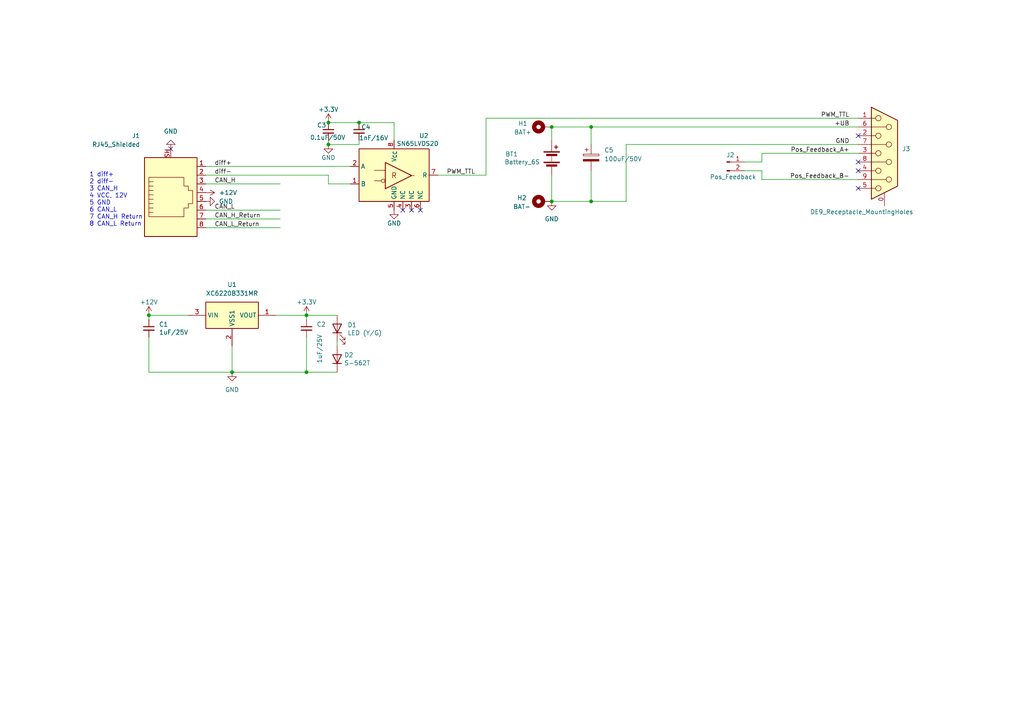
<source format=kicad_sch>
(kicad_sch
	(version 20231120)
	(generator "eeschema")
	(generator_version "8.0")
	(uuid "33d08739-9df2-4e53-9b99-51d634eccd8e")
	(paper "A4")
	(lib_symbols
		(symbol "BMS-Master-rescue:+3.3V-power-BMS-Master-rescue"
			(power)
			(pin_names
				(offset 0)
			)
			(exclude_from_sim no)
			(in_bom yes)
			(on_board yes)
			(property "Reference" "#PWR"
				(at 0 -3.81 0)
				(effects
					(font
						(size 1.27 1.27)
					)
					(hide yes)
				)
			)
			(property "Value" "+3.3V-power-BMS-Master-rescue"
				(at 0 3.556 0)
				(effects
					(font
						(size 1.27 1.27)
					)
				)
			)
			(property "Footprint" ""
				(at 0 0 0)
				(effects
					(font
						(size 1.27 1.27)
					)
					(hide yes)
				)
			)
			(property "Datasheet" ""
				(at 0 0 0)
				(effects
					(font
						(size 1.27 1.27)
					)
					(hide yes)
				)
			)
			(property "Description" ""
				(at 0 0 0)
				(effects
					(font
						(size 1.27 1.27)
					)
					(hide yes)
				)
			)
			(symbol "+3.3V-power-BMS-Master-rescue_0_1"
				(polyline
					(pts
						(xy -0.762 1.27) (xy 0 2.54)
					)
					(stroke
						(width 0)
						(type solid)
					)
					(fill
						(type none)
					)
				)
				(polyline
					(pts
						(xy 0 0) (xy 0 2.54)
					)
					(stroke
						(width 0)
						(type solid)
					)
					(fill
						(type none)
					)
				)
				(polyline
					(pts
						(xy 0 2.54) (xy 0.762 1.27)
					)
					(stroke
						(width 0)
						(type solid)
					)
					(fill
						(type none)
					)
				)
			)
			(symbol "+3.3V-power-BMS-Master-rescue_1_1"
				(pin power_in line
					(at 0 0 90)
					(length 0) hide
					(name "+3V3"
						(effects
							(font
								(size 1.27 1.27)
							)
						)
					)
					(number "1"
						(effects
							(font
								(size 1.27 1.27)
							)
						)
					)
				)
			)
		)
		(symbol "Connector:Conn_01x02_Pin"
			(pin_names
				(offset 1.016) hide)
			(exclude_from_sim no)
			(in_bom yes)
			(on_board yes)
			(property "Reference" "J"
				(at 0 2.54 0)
				(effects
					(font
						(size 1.27 1.27)
					)
				)
			)
			(property "Value" "Conn_01x02_Pin"
				(at 0 -5.08 0)
				(effects
					(font
						(size 1.27 1.27)
					)
				)
			)
			(property "Footprint" ""
				(at 0 0 0)
				(effects
					(font
						(size 1.27 1.27)
					)
					(hide yes)
				)
			)
			(property "Datasheet" "~"
				(at 0 0 0)
				(effects
					(font
						(size 1.27 1.27)
					)
					(hide yes)
				)
			)
			(property "Description" "Generic connector, single row, 01x02, script generated"
				(at 0 0 0)
				(effects
					(font
						(size 1.27 1.27)
					)
					(hide yes)
				)
			)
			(property "ki_locked" ""
				(at 0 0 0)
				(effects
					(font
						(size 1.27 1.27)
					)
				)
			)
			(property "ki_keywords" "connector"
				(at 0 0 0)
				(effects
					(font
						(size 1.27 1.27)
					)
					(hide yes)
				)
			)
			(property "ki_fp_filters" "Connector*:*_1x??_*"
				(at 0 0 0)
				(effects
					(font
						(size 1.27 1.27)
					)
					(hide yes)
				)
			)
			(symbol "Conn_01x02_Pin_1_1"
				(polyline
					(pts
						(xy 1.27 -2.54) (xy 0.8636 -2.54)
					)
					(stroke
						(width 0.1524)
						(type default)
					)
					(fill
						(type none)
					)
				)
				(polyline
					(pts
						(xy 1.27 0) (xy 0.8636 0)
					)
					(stroke
						(width 0.1524)
						(type default)
					)
					(fill
						(type none)
					)
				)
				(rectangle
					(start 0.8636 -2.413)
					(end 0 -2.667)
					(stroke
						(width 0.1524)
						(type default)
					)
					(fill
						(type outline)
					)
				)
				(rectangle
					(start 0.8636 0.127)
					(end 0 -0.127)
					(stroke
						(width 0.1524)
						(type default)
					)
					(fill
						(type outline)
					)
				)
				(pin passive line
					(at 5.08 0 180)
					(length 3.81)
					(name "Pin_1"
						(effects
							(font
								(size 1.27 1.27)
							)
						)
					)
					(number "1"
						(effects
							(font
								(size 1.27 1.27)
							)
						)
					)
				)
				(pin passive line
					(at 5.08 -2.54 180)
					(length 3.81)
					(name "Pin_2"
						(effects
							(font
								(size 1.27 1.27)
							)
						)
					)
					(number "2"
						(effects
							(font
								(size 1.27 1.27)
							)
						)
					)
				)
			)
		)
		(symbol "Connector:DE9_Receptacle_MountingHoles"
			(pin_names
				(offset 1.016) hide)
			(exclude_from_sim no)
			(in_bom yes)
			(on_board yes)
			(property "Reference" "J"
				(at 0 16.51 0)
				(effects
					(font
						(size 1.27 1.27)
					)
				)
			)
			(property "Value" "DE9_Receptacle_MountingHoles"
				(at 0 14.605 0)
				(effects
					(font
						(size 1.27 1.27)
					)
				)
			)
			(property "Footprint" ""
				(at 0 0 0)
				(effects
					(font
						(size 1.27 1.27)
					)
					(hide yes)
				)
			)
			(property "Datasheet" "~"
				(at 0 0 0)
				(effects
					(font
						(size 1.27 1.27)
					)
					(hide yes)
				)
			)
			(property "Description" "9-pin female receptacle socket D-SUB connector, Mounting Hole"
				(at 0 0 0)
				(effects
					(font
						(size 1.27 1.27)
					)
					(hide yes)
				)
			)
			(property "ki_keywords" "connector receptacle female D-SUB DB9"
				(at 0 0 0)
				(effects
					(font
						(size 1.27 1.27)
					)
					(hide yes)
				)
			)
			(property "ki_fp_filters" "DSUB*Female*"
				(at 0 0 0)
				(effects
					(font
						(size 1.27 1.27)
					)
					(hide yes)
				)
			)
			(symbol "DE9_Receptacle_MountingHoles_0_1"
				(circle
					(center -1.778 -10.16)
					(radius 0.762)
					(stroke
						(width 0)
						(type default)
					)
					(fill
						(type none)
					)
				)
				(circle
					(center -1.778 -5.08)
					(radius 0.762)
					(stroke
						(width 0)
						(type default)
					)
					(fill
						(type none)
					)
				)
				(circle
					(center -1.778 0)
					(radius 0.762)
					(stroke
						(width 0)
						(type default)
					)
					(fill
						(type none)
					)
				)
				(circle
					(center -1.778 5.08)
					(radius 0.762)
					(stroke
						(width 0)
						(type default)
					)
					(fill
						(type none)
					)
				)
				(circle
					(center -1.778 10.16)
					(radius 0.762)
					(stroke
						(width 0)
						(type default)
					)
					(fill
						(type none)
					)
				)
				(polyline
					(pts
						(xy -3.81 -10.16) (xy -2.54 -10.16)
					)
					(stroke
						(width 0)
						(type default)
					)
					(fill
						(type none)
					)
				)
				(polyline
					(pts
						(xy -3.81 -7.62) (xy 0.508 -7.62)
					)
					(stroke
						(width 0)
						(type default)
					)
					(fill
						(type none)
					)
				)
				(polyline
					(pts
						(xy -3.81 -5.08) (xy -2.54 -5.08)
					)
					(stroke
						(width 0)
						(type default)
					)
					(fill
						(type none)
					)
				)
				(polyline
					(pts
						(xy -3.81 -2.54) (xy 0.508 -2.54)
					)
					(stroke
						(width 0)
						(type default)
					)
					(fill
						(type none)
					)
				)
				(polyline
					(pts
						(xy -3.81 0) (xy -2.54 0)
					)
					(stroke
						(width 0)
						(type default)
					)
					(fill
						(type none)
					)
				)
				(polyline
					(pts
						(xy -3.81 2.54) (xy 0.508 2.54)
					)
					(stroke
						(width 0)
						(type default)
					)
					(fill
						(type none)
					)
				)
				(polyline
					(pts
						(xy -3.81 5.08) (xy -2.54 5.08)
					)
					(stroke
						(width 0)
						(type default)
					)
					(fill
						(type none)
					)
				)
				(polyline
					(pts
						(xy -3.81 7.62) (xy 0.508 7.62)
					)
					(stroke
						(width 0)
						(type default)
					)
					(fill
						(type none)
					)
				)
				(polyline
					(pts
						(xy -3.81 10.16) (xy -2.54 10.16)
					)
					(stroke
						(width 0)
						(type default)
					)
					(fill
						(type none)
					)
				)
				(polyline
					(pts
						(xy -3.81 13.335) (xy -3.81 -13.335) (xy 3.81 -9.525) (xy 3.81 9.525) (xy -3.81 13.335)
					)
					(stroke
						(width 0.254)
						(type default)
					)
					(fill
						(type background)
					)
				)
				(circle
					(center 1.27 -7.62)
					(radius 0.762)
					(stroke
						(width 0)
						(type default)
					)
					(fill
						(type none)
					)
				)
				(circle
					(center 1.27 -2.54)
					(radius 0.762)
					(stroke
						(width 0)
						(type default)
					)
					(fill
						(type none)
					)
				)
				(circle
					(center 1.27 2.54)
					(radius 0.762)
					(stroke
						(width 0)
						(type default)
					)
					(fill
						(type none)
					)
				)
				(circle
					(center 1.27 7.62)
					(radius 0.762)
					(stroke
						(width 0)
						(type default)
					)
					(fill
						(type none)
					)
				)
			)
			(symbol "DE9_Receptacle_MountingHoles_1_1"
				(pin passive line
					(at 0 -15.24 90)
					(length 3.81)
					(name "PAD"
						(effects
							(font
								(size 1.27 1.27)
							)
						)
					)
					(number "0"
						(effects
							(font
								(size 1.27 1.27)
							)
						)
					)
				)
				(pin passive line
					(at -7.62 10.16 0)
					(length 3.81)
					(name "1"
						(effects
							(font
								(size 1.27 1.27)
							)
						)
					)
					(number "1"
						(effects
							(font
								(size 1.27 1.27)
							)
						)
					)
				)
				(pin passive line
					(at -7.62 5.08 0)
					(length 3.81)
					(name "2"
						(effects
							(font
								(size 1.27 1.27)
							)
						)
					)
					(number "2"
						(effects
							(font
								(size 1.27 1.27)
							)
						)
					)
				)
				(pin passive line
					(at -7.62 0 0)
					(length 3.81)
					(name "3"
						(effects
							(font
								(size 1.27 1.27)
							)
						)
					)
					(number "3"
						(effects
							(font
								(size 1.27 1.27)
							)
						)
					)
				)
				(pin passive line
					(at -7.62 -5.08 0)
					(length 3.81)
					(name "4"
						(effects
							(font
								(size 1.27 1.27)
							)
						)
					)
					(number "4"
						(effects
							(font
								(size 1.27 1.27)
							)
						)
					)
				)
				(pin passive line
					(at -7.62 -10.16 0)
					(length 3.81)
					(name "5"
						(effects
							(font
								(size 1.27 1.27)
							)
						)
					)
					(number "5"
						(effects
							(font
								(size 1.27 1.27)
							)
						)
					)
				)
				(pin passive line
					(at -7.62 7.62 0)
					(length 3.81)
					(name "6"
						(effects
							(font
								(size 1.27 1.27)
							)
						)
					)
					(number "6"
						(effects
							(font
								(size 1.27 1.27)
							)
						)
					)
				)
				(pin passive line
					(at -7.62 2.54 0)
					(length 3.81)
					(name "7"
						(effects
							(font
								(size 1.27 1.27)
							)
						)
					)
					(number "7"
						(effects
							(font
								(size 1.27 1.27)
							)
						)
					)
				)
				(pin passive line
					(at -7.62 -2.54 0)
					(length 3.81)
					(name "8"
						(effects
							(font
								(size 1.27 1.27)
							)
						)
					)
					(number "8"
						(effects
							(font
								(size 1.27 1.27)
							)
						)
					)
				)
				(pin passive line
					(at -7.62 -7.62 0)
					(length 3.81)
					(name "9"
						(effects
							(font
								(size 1.27 1.27)
							)
						)
					)
					(number "9"
						(effects
							(font
								(size 1.27 1.27)
							)
						)
					)
				)
			)
		)
		(symbol "Connector:RJ45_Shielded"
			(pin_names
				(offset 1.016)
			)
			(exclude_from_sim no)
			(in_bom yes)
			(on_board yes)
			(property "Reference" "J"
				(at -5.08 13.97 0)
				(effects
					(font
						(size 1.27 1.27)
					)
					(justify right)
				)
			)
			(property "Value" "RJ45_Shielded"
				(at 2.54 13.97 0)
				(effects
					(font
						(size 1.27 1.27)
					)
					(justify left)
				)
			)
			(property "Footprint" ""
				(at 0 0.635 90)
				(effects
					(font
						(size 1.27 1.27)
					)
					(hide yes)
				)
			)
			(property "Datasheet" "~"
				(at 0 0.635 90)
				(effects
					(font
						(size 1.27 1.27)
					)
					(hide yes)
				)
			)
			(property "Description" "RJ connector, 8P8C (8 positions 8 connected), Shielded"
				(at 0 0 0)
				(effects
					(font
						(size 1.27 1.27)
					)
					(hide yes)
				)
			)
			(property "ki_keywords" "8P8C RJ jack socket connector"
				(at 0 0 0)
				(effects
					(font
						(size 1.27 1.27)
					)
					(hide yes)
				)
			)
			(property "ki_fp_filters" "8P8C* RJ31* RJ32* RJ33* RJ34* RJ35* RJ41* RJ45* RJ49* RJ61*"
				(at 0 0 0)
				(effects
					(font
						(size 1.27 1.27)
					)
					(hide yes)
				)
			)
			(symbol "RJ45_Shielded_0_1"
				(polyline
					(pts
						(xy -5.08 4.445) (xy -6.35 4.445)
					)
					(stroke
						(width 0)
						(type default)
					)
					(fill
						(type none)
					)
				)
				(polyline
					(pts
						(xy -5.08 5.715) (xy -6.35 5.715)
					)
					(stroke
						(width 0)
						(type default)
					)
					(fill
						(type none)
					)
				)
				(polyline
					(pts
						(xy -6.35 -3.175) (xy -5.08 -3.175) (xy -5.08 -3.175)
					)
					(stroke
						(width 0)
						(type default)
					)
					(fill
						(type none)
					)
				)
				(polyline
					(pts
						(xy -6.35 -1.905) (xy -5.08 -1.905) (xy -5.08 -1.905)
					)
					(stroke
						(width 0)
						(type default)
					)
					(fill
						(type none)
					)
				)
				(polyline
					(pts
						(xy -6.35 -0.635) (xy -5.08 -0.635) (xy -5.08 -0.635)
					)
					(stroke
						(width 0)
						(type default)
					)
					(fill
						(type none)
					)
				)
				(polyline
					(pts
						(xy -6.35 0.635) (xy -5.08 0.635) (xy -5.08 0.635)
					)
					(stroke
						(width 0)
						(type default)
					)
					(fill
						(type none)
					)
				)
				(polyline
					(pts
						(xy -6.35 1.905) (xy -5.08 1.905) (xy -5.08 1.905)
					)
					(stroke
						(width 0)
						(type default)
					)
					(fill
						(type none)
					)
				)
				(polyline
					(pts
						(xy -5.08 3.175) (xy -6.35 3.175) (xy -6.35 3.175)
					)
					(stroke
						(width 0)
						(type default)
					)
					(fill
						(type none)
					)
				)
				(polyline
					(pts
						(xy -6.35 -4.445) (xy -6.35 6.985) (xy 3.81 6.985) (xy 3.81 4.445) (xy 5.08 4.445) (xy 5.08 3.175)
						(xy 6.35 3.175) (xy 6.35 -0.635) (xy 5.08 -0.635) (xy 5.08 -1.905) (xy 3.81 -1.905) (xy 3.81 -4.445)
						(xy -6.35 -4.445) (xy -6.35 -4.445)
					)
					(stroke
						(width 0)
						(type default)
					)
					(fill
						(type none)
					)
				)
				(rectangle
					(start 7.62 12.7)
					(end -7.62 -10.16)
					(stroke
						(width 0.254)
						(type default)
					)
					(fill
						(type background)
					)
				)
			)
			(symbol "RJ45_Shielded_1_1"
				(pin passive line
					(at 10.16 -7.62 180)
					(length 2.54)
					(name "~"
						(effects
							(font
								(size 1.27 1.27)
							)
						)
					)
					(number "1"
						(effects
							(font
								(size 1.27 1.27)
							)
						)
					)
				)
				(pin passive line
					(at 10.16 -5.08 180)
					(length 2.54)
					(name "~"
						(effects
							(font
								(size 1.27 1.27)
							)
						)
					)
					(number "2"
						(effects
							(font
								(size 1.27 1.27)
							)
						)
					)
				)
				(pin passive line
					(at 10.16 -2.54 180)
					(length 2.54)
					(name "~"
						(effects
							(font
								(size 1.27 1.27)
							)
						)
					)
					(number "3"
						(effects
							(font
								(size 1.27 1.27)
							)
						)
					)
				)
				(pin passive line
					(at 10.16 0 180)
					(length 2.54)
					(name "~"
						(effects
							(font
								(size 1.27 1.27)
							)
						)
					)
					(number "4"
						(effects
							(font
								(size 1.27 1.27)
							)
						)
					)
				)
				(pin passive line
					(at 10.16 2.54 180)
					(length 2.54)
					(name "~"
						(effects
							(font
								(size 1.27 1.27)
							)
						)
					)
					(number "5"
						(effects
							(font
								(size 1.27 1.27)
							)
						)
					)
				)
				(pin passive line
					(at 10.16 5.08 180)
					(length 2.54)
					(name "~"
						(effects
							(font
								(size 1.27 1.27)
							)
						)
					)
					(number "6"
						(effects
							(font
								(size 1.27 1.27)
							)
						)
					)
				)
				(pin passive line
					(at 10.16 7.62 180)
					(length 2.54)
					(name "~"
						(effects
							(font
								(size 1.27 1.27)
							)
						)
					)
					(number "7"
						(effects
							(font
								(size 1.27 1.27)
							)
						)
					)
				)
				(pin passive line
					(at 10.16 10.16 180)
					(length 2.54)
					(name "~"
						(effects
							(font
								(size 1.27 1.27)
							)
						)
					)
					(number "8"
						(effects
							(font
								(size 1.27 1.27)
							)
						)
					)
				)
				(pin passive line
					(at 0 -12.7 90)
					(length 2.54)
					(name "~"
						(effects
							(font
								(size 1.27 1.27)
							)
						)
					)
					(number "SH"
						(effects
							(font
								(size 1.27 1.27)
							)
						)
					)
				)
			)
		)
		(symbol "Device:Battery"
			(pin_numbers hide)
			(pin_names
				(offset 0) hide)
			(exclude_from_sim no)
			(in_bom yes)
			(on_board yes)
			(property "Reference" "BT"
				(at 2.54 2.54 0)
				(effects
					(font
						(size 1.27 1.27)
					)
					(justify left)
				)
			)
			(property "Value" "Battery"
				(at 2.54 0 0)
				(effects
					(font
						(size 1.27 1.27)
					)
					(justify left)
				)
			)
			(property "Footprint" ""
				(at 0 1.524 90)
				(effects
					(font
						(size 1.27 1.27)
					)
					(hide yes)
				)
			)
			(property "Datasheet" "~"
				(at 0 1.524 90)
				(effects
					(font
						(size 1.27 1.27)
					)
					(hide yes)
				)
			)
			(property "Description" "Multiple-cell battery"
				(at 0 0 0)
				(effects
					(font
						(size 1.27 1.27)
					)
					(hide yes)
				)
			)
			(property "ki_keywords" "batt voltage-source cell"
				(at 0 0 0)
				(effects
					(font
						(size 1.27 1.27)
					)
					(hide yes)
				)
			)
			(symbol "Battery_0_1"
				(rectangle
					(start -2.286 -1.27)
					(end 2.286 -1.524)
					(stroke
						(width 0)
						(type default)
					)
					(fill
						(type outline)
					)
				)
				(rectangle
					(start -2.286 1.778)
					(end 2.286 1.524)
					(stroke
						(width 0)
						(type default)
					)
					(fill
						(type outline)
					)
				)
				(rectangle
					(start -1.524 -2.032)
					(end 1.524 -2.54)
					(stroke
						(width 0)
						(type default)
					)
					(fill
						(type outline)
					)
				)
				(rectangle
					(start -1.524 1.016)
					(end 1.524 0.508)
					(stroke
						(width 0)
						(type default)
					)
					(fill
						(type outline)
					)
				)
				(polyline
					(pts
						(xy 0 -1.016) (xy 0 -0.762)
					)
					(stroke
						(width 0)
						(type default)
					)
					(fill
						(type none)
					)
				)
				(polyline
					(pts
						(xy 0 -0.508) (xy 0 -0.254)
					)
					(stroke
						(width 0)
						(type default)
					)
					(fill
						(type none)
					)
				)
				(polyline
					(pts
						(xy 0 0) (xy 0 0.254)
					)
					(stroke
						(width 0)
						(type default)
					)
					(fill
						(type none)
					)
				)
				(polyline
					(pts
						(xy 0 1.778) (xy 0 2.54)
					)
					(stroke
						(width 0)
						(type default)
					)
					(fill
						(type none)
					)
				)
				(polyline
					(pts
						(xy 0.762 3.048) (xy 1.778 3.048)
					)
					(stroke
						(width 0.254)
						(type default)
					)
					(fill
						(type none)
					)
				)
				(polyline
					(pts
						(xy 1.27 3.556) (xy 1.27 2.54)
					)
					(stroke
						(width 0.254)
						(type default)
					)
					(fill
						(type none)
					)
				)
			)
			(symbol "Battery_1_1"
				(pin passive line
					(at 0 5.08 270)
					(length 2.54)
					(name "+"
						(effects
							(font
								(size 1.27 1.27)
							)
						)
					)
					(number "1"
						(effects
							(font
								(size 1.27 1.27)
							)
						)
					)
				)
				(pin passive line
					(at 0 -5.08 90)
					(length 2.54)
					(name "-"
						(effects
							(font
								(size 1.27 1.27)
							)
						)
					)
					(number "2"
						(effects
							(font
								(size 1.27 1.27)
							)
						)
					)
				)
			)
		)
		(symbol "Device:C_Polarized"
			(pin_numbers hide)
			(pin_names
				(offset 0.254)
			)
			(exclude_from_sim no)
			(in_bom yes)
			(on_board yes)
			(property "Reference" "C"
				(at 0.635 2.54 0)
				(effects
					(font
						(size 1.27 1.27)
					)
					(justify left)
				)
			)
			(property "Value" "C_Polarized"
				(at 0.635 -2.54 0)
				(effects
					(font
						(size 1.27 1.27)
					)
					(justify left)
				)
			)
			(property "Footprint" ""
				(at 0.9652 -3.81 0)
				(effects
					(font
						(size 1.27 1.27)
					)
					(hide yes)
				)
			)
			(property "Datasheet" "~"
				(at 0 0 0)
				(effects
					(font
						(size 1.27 1.27)
					)
					(hide yes)
				)
			)
			(property "Description" "Polarized capacitor"
				(at 0 0 0)
				(effects
					(font
						(size 1.27 1.27)
					)
					(hide yes)
				)
			)
			(property "ki_keywords" "cap capacitor"
				(at 0 0 0)
				(effects
					(font
						(size 1.27 1.27)
					)
					(hide yes)
				)
			)
			(property "ki_fp_filters" "CP_*"
				(at 0 0 0)
				(effects
					(font
						(size 1.27 1.27)
					)
					(hide yes)
				)
			)
			(symbol "C_Polarized_0_1"
				(rectangle
					(start -2.286 0.508)
					(end 2.286 1.016)
					(stroke
						(width 0)
						(type default)
					)
					(fill
						(type none)
					)
				)
				(polyline
					(pts
						(xy -1.778 2.286) (xy -0.762 2.286)
					)
					(stroke
						(width 0)
						(type default)
					)
					(fill
						(type none)
					)
				)
				(polyline
					(pts
						(xy -1.27 2.794) (xy -1.27 1.778)
					)
					(stroke
						(width 0)
						(type default)
					)
					(fill
						(type none)
					)
				)
				(rectangle
					(start 2.286 -0.508)
					(end -2.286 -1.016)
					(stroke
						(width 0)
						(type default)
					)
					(fill
						(type outline)
					)
				)
			)
			(symbol "C_Polarized_1_1"
				(pin passive line
					(at 0 3.81 270)
					(length 2.794)
					(name "~"
						(effects
							(font
								(size 1.27 1.27)
							)
						)
					)
					(number "1"
						(effects
							(font
								(size 1.27 1.27)
							)
						)
					)
				)
				(pin passive line
					(at 0 -3.81 90)
					(length 2.794)
					(name "~"
						(effects
							(font
								(size 1.27 1.27)
							)
						)
					)
					(number "2"
						(effects
							(font
								(size 1.27 1.27)
							)
						)
					)
				)
			)
		)
		(symbol "Device:C_Small"
			(pin_numbers hide)
			(pin_names
				(offset 0.254) hide)
			(exclude_from_sim no)
			(in_bom yes)
			(on_board yes)
			(property "Reference" "C"
				(at 0.254 1.778 0)
				(effects
					(font
						(size 1.27 1.27)
					)
					(justify left)
				)
			)
			(property "Value" "C_Small"
				(at 0.254 -2.032 0)
				(effects
					(font
						(size 1.27 1.27)
					)
					(justify left)
				)
			)
			(property "Footprint" ""
				(at 0 0 0)
				(effects
					(font
						(size 1.27 1.27)
					)
					(hide yes)
				)
			)
			(property "Datasheet" "~"
				(at 0 0 0)
				(effects
					(font
						(size 1.27 1.27)
					)
					(hide yes)
				)
			)
			(property "Description" "Unpolarized capacitor, small symbol"
				(at 0 0 0)
				(effects
					(font
						(size 1.27 1.27)
					)
					(hide yes)
				)
			)
			(property "ki_keywords" "capacitor cap"
				(at 0 0 0)
				(effects
					(font
						(size 1.27 1.27)
					)
					(hide yes)
				)
			)
			(property "ki_fp_filters" "C_*"
				(at 0 0 0)
				(effects
					(font
						(size 1.27 1.27)
					)
					(hide yes)
				)
			)
			(symbol "C_Small_0_1"
				(polyline
					(pts
						(xy -1.524 -0.508) (xy 1.524 -0.508)
					)
					(stroke
						(width 0.3302)
						(type default)
					)
					(fill
						(type none)
					)
				)
				(polyline
					(pts
						(xy -1.524 0.508) (xy 1.524 0.508)
					)
					(stroke
						(width 0.3048)
						(type default)
					)
					(fill
						(type none)
					)
				)
			)
			(symbol "C_Small_1_1"
				(pin passive line
					(at 0 2.54 270)
					(length 2.032)
					(name "~"
						(effects
							(font
								(size 1.27 1.27)
							)
						)
					)
					(number "1"
						(effects
							(font
								(size 1.27 1.27)
							)
						)
					)
				)
				(pin passive line
					(at 0 -2.54 90)
					(length 2.032)
					(name "~"
						(effects
							(font
								(size 1.27 1.27)
							)
						)
					)
					(number "2"
						(effects
							(font
								(size 1.27 1.27)
							)
						)
					)
				)
			)
		)
		(symbol "Device:D"
			(pin_numbers hide)
			(pin_names
				(offset 1.016) hide)
			(exclude_from_sim no)
			(in_bom yes)
			(on_board yes)
			(property "Reference" "D"
				(at 0 2.54 0)
				(effects
					(font
						(size 1.27 1.27)
					)
				)
			)
			(property "Value" "D"
				(at 0 -2.54 0)
				(effects
					(font
						(size 1.27 1.27)
					)
				)
			)
			(property "Footprint" ""
				(at 0 0 0)
				(effects
					(font
						(size 1.27 1.27)
					)
					(hide yes)
				)
			)
			(property "Datasheet" "~"
				(at 0 0 0)
				(effects
					(font
						(size 1.27 1.27)
					)
					(hide yes)
				)
			)
			(property "Description" "Diode"
				(at 0 0 0)
				(effects
					(font
						(size 1.27 1.27)
					)
					(hide yes)
				)
			)
			(property "ki_keywords" "diode"
				(at 0 0 0)
				(effects
					(font
						(size 1.27 1.27)
					)
					(hide yes)
				)
			)
			(property "ki_fp_filters" "TO-???* *_Diode_* *SingleDiode* D_*"
				(at 0 0 0)
				(effects
					(font
						(size 1.27 1.27)
					)
					(hide yes)
				)
			)
			(symbol "D_0_1"
				(polyline
					(pts
						(xy -1.27 1.27) (xy -1.27 -1.27)
					)
					(stroke
						(width 0.254)
						(type default)
					)
					(fill
						(type none)
					)
				)
				(polyline
					(pts
						(xy 1.27 0) (xy -1.27 0)
					)
					(stroke
						(width 0)
						(type default)
					)
					(fill
						(type none)
					)
				)
				(polyline
					(pts
						(xy 1.27 1.27) (xy 1.27 -1.27) (xy -1.27 0) (xy 1.27 1.27)
					)
					(stroke
						(width 0.254)
						(type default)
					)
					(fill
						(type none)
					)
				)
			)
			(symbol "D_1_1"
				(pin passive line
					(at -3.81 0 0)
					(length 2.54)
					(name "K"
						(effects
							(font
								(size 1.27 1.27)
							)
						)
					)
					(number "1"
						(effects
							(font
								(size 1.27 1.27)
							)
						)
					)
				)
				(pin passive line
					(at 3.81 0 180)
					(length 2.54)
					(name "A"
						(effects
							(font
								(size 1.27 1.27)
							)
						)
					)
					(number "2"
						(effects
							(font
								(size 1.27 1.27)
							)
						)
					)
				)
			)
		)
		(symbol "Device:LED"
			(pin_numbers hide)
			(pin_names
				(offset 1.016) hide)
			(exclude_from_sim no)
			(in_bom yes)
			(on_board yes)
			(property "Reference" "D"
				(at 0 2.54 0)
				(effects
					(font
						(size 1.27 1.27)
					)
				)
			)
			(property "Value" "LED"
				(at 0 -2.54 0)
				(effects
					(font
						(size 1.27 1.27)
					)
				)
			)
			(property "Footprint" ""
				(at 0 0 0)
				(effects
					(font
						(size 1.27 1.27)
					)
					(hide yes)
				)
			)
			(property "Datasheet" "~"
				(at 0 0 0)
				(effects
					(font
						(size 1.27 1.27)
					)
					(hide yes)
				)
			)
			(property "Description" "Light emitting diode"
				(at 0 0 0)
				(effects
					(font
						(size 1.27 1.27)
					)
					(hide yes)
				)
			)
			(property "ki_keywords" "LED diode"
				(at 0 0 0)
				(effects
					(font
						(size 1.27 1.27)
					)
					(hide yes)
				)
			)
			(property "ki_fp_filters" "LED* LED_SMD:* LED_THT:*"
				(at 0 0 0)
				(effects
					(font
						(size 1.27 1.27)
					)
					(hide yes)
				)
			)
			(symbol "LED_0_1"
				(polyline
					(pts
						(xy -1.27 -1.27) (xy -1.27 1.27)
					)
					(stroke
						(width 0.254)
						(type default)
					)
					(fill
						(type none)
					)
				)
				(polyline
					(pts
						(xy -1.27 0) (xy 1.27 0)
					)
					(stroke
						(width 0)
						(type default)
					)
					(fill
						(type none)
					)
				)
				(polyline
					(pts
						(xy 1.27 -1.27) (xy 1.27 1.27) (xy -1.27 0) (xy 1.27 -1.27)
					)
					(stroke
						(width 0.254)
						(type default)
					)
					(fill
						(type none)
					)
				)
				(polyline
					(pts
						(xy -3.048 -0.762) (xy -4.572 -2.286) (xy -3.81 -2.286) (xy -4.572 -2.286) (xy -4.572 -1.524)
					)
					(stroke
						(width 0)
						(type default)
					)
					(fill
						(type none)
					)
				)
				(polyline
					(pts
						(xy -1.778 -0.762) (xy -3.302 -2.286) (xy -2.54 -2.286) (xy -3.302 -2.286) (xy -3.302 -1.524)
					)
					(stroke
						(width 0)
						(type default)
					)
					(fill
						(type none)
					)
				)
			)
			(symbol "LED_1_1"
				(pin passive line
					(at -3.81 0 0)
					(length 2.54)
					(name "K"
						(effects
							(font
								(size 1.27 1.27)
							)
						)
					)
					(number "1"
						(effects
							(font
								(size 1.27 1.27)
							)
						)
					)
				)
				(pin passive line
					(at 3.81 0 180)
					(length 2.54)
					(name "A"
						(effects
							(font
								(size 1.27 1.27)
							)
						)
					)
					(number "2"
						(effects
							(font
								(size 1.27 1.27)
							)
						)
					)
				)
			)
		)
		(symbol "GND_1"
			(power)
			(pin_numbers hide)
			(pin_names
				(offset 0) hide)
			(exclude_from_sim no)
			(in_bom yes)
			(on_board yes)
			(property "Reference" "#PWR"
				(at 0 -6.35 0)
				(effects
					(font
						(size 1.27 1.27)
					)
					(hide yes)
				)
			)
			(property "Value" "GND"
				(at 0 -3.81 0)
				(effects
					(font
						(size 1.27 1.27)
					)
				)
			)
			(property "Footprint" ""
				(at 0 0 0)
				(effects
					(font
						(size 1.27 1.27)
					)
					(hide yes)
				)
			)
			(property "Datasheet" ""
				(at 0 0 0)
				(effects
					(font
						(size 1.27 1.27)
					)
					(hide yes)
				)
			)
			(property "Description" "Power symbol creates a global label with name \"GND\" , ground"
				(at 0 0 0)
				(effects
					(font
						(size 1.27 1.27)
					)
					(hide yes)
				)
			)
			(property "ki_keywords" "global power"
				(at 0 0 0)
				(effects
					(font
						(size 1.27 1.27)
					)
					(hide yes)
				)
			)
			(symbol "GND_1_0_1"
				(polyline
					(pts
						(xy 0 0) (xy 0 -1.27) (xy 1.27 -1.27) (xy 0 -2.54) (xy -1.27 -1.27) (xy 0 -1.27)
					)
					(stroke
						(width 0)
						(type default)
					)
					(fill
						(type none)
					)
				)
			)
			(symbol "GND_1_1_1"
				(pin power_in line
					(at 0 0 270)
					(length 0)
					(name "~"
						(effects
							(font
								(size 1.27 1.27)
							)
						)
					)
					(number "1"
						(effects
							(font
								(size 1.27 1.27)
							)
						)
					)
				)
			)
		)
		(symbol "Interface:SN65LVDS2D"
			(exclude_from_sim no)
			(in_bom yes)
			(on_board yes)
			(property "Reference" "U"
				(at -8.89 8.89 0)
				(effects
					(font
						(size 1.27 1.27)
					)
				)
			)
			(property "Value" "SN65LVDS2D"
				(at 1.27 8.89 0)
				(effects
					(font
						(size 1.27 1.27)
					)
					(justify left)
				)
			)
			(property "Footprint" "Package_SO:SOIC-8_3.9x4.9mm_P1.27mm"
				(at 0 -11.43 0)
				(effects
					(font
						(size 1.27 1.27)
					)
					(hide yes)
				)
			)
			(property "Datasheet" "https://www.ti.com/lit/ds/symlink/sn65lvds2.pdf"
				(at 0 0 0)
				(effects
					(font
						(size 1.27 1.27)
					)
					(hide yes)
				)
			)
			(property "Description" "High-Speed Differential Line Receiver, 630Mbps, SOIC-8"
				(at 0 0 0)
				(effects
					(font
						(size 1.27 1.27)
					)
					(hide yes)
				)
			)
			(property "ki_keywords" "LVDS Receiver TI"
				(at 0 0 0)
				(effects
					(font
						(size 1.27 1.27)
					)
					(hide yes)
				)
			)
			(property "ki_fp_filters" "*SOIC*3.9x4.9mm*P1.27mm*"
				(at 0 0 0)
				(effects
					(font
						(size 1.27 1.27)
					)
					(hide yes)
				)
			)
			(symbol "SN65LVDS2D_1_0"
				(rectangle
					(start -10.16 7.62)
					(end 10.16 -7.62)
					(stroke
						(width 0.254)
						(type default)
					)
					(fill
						(type background)
					)
				)
				(circle
					(center -3.175 -1.651)
					(radius 0.508)
					(stroke
						(width 0)
						(type default)
					)
					(fill
						(type none)
					)
				)
				(text "R"
					(at 0 -0.127 0)
					(effects
						(font
							(size 1.524 1.524)
						)
					)
				)
			)
			(symbol "SN65LVDS2D_1_1"
				(polyline
					(pts
						(xy -5.715 -1.651) (xy -3.81 -1.651)
					)
					(stroke
						(width 0)
						(type default)
					)
					(fill
						(type none)
					)
				)
				(polyline
					(pts
						(xy -5.715 1.397) (xy -2.667 1.397)
					)
					(stroke
						(width 0)
						(type default)
					)
					(fill
						(type none)
					)
				)
				(polyline
					(pts
						(xy 5.842 -0.127) (xy 5.08 -0.127)
					)
					(stroke
						(width 0)
						(type default)
					)
					(fill
						(type none)
					)
				)
				(polyline
					(pts
						(xy -2.54 -3.937) (xy -2.54 3.683) (xy 5.08 -0.127) (xy -2.54 -3.937)
					)
					(stroke
						(width 0.254)
						(type default)
					)
					(fill
						(type none)
					)
				)
				(pin input line
					(at -12.7 -2.54 0)
					(length 2.54)
					(name "B"
						(effects
							(font
								(size 1.27 1.27)
							)
						)
					)
					(number "1"
						(effects
							(font
								(size 1.27 1.27)
							)
						)
					)
				)
				(pin input line
					(at -12.7 2.54 0)
					(length 2.54)
					(name "A"
						(effects
							(font
								(size 1.27 1.27)
							)
						)
					)
					(number "2"
						(effects
							(font
								(size 1.27 1.27)
							)
						)
					)
				)
				(pin passive line
					(at 5.08 -10.16 90)
					(length 2.54)
					(name "NC"
						(effects
							(font
								(size 1.27 1.27)
							)
						)
					)
					(number "3"
						(effects
							(font
								(size 1.27 1.27)
							)
						)
					)
				)
				(pin passive line
					(at 2.54 -10.16 90)
					(length 2.54)
					(name "NC"
						(effects
							(font
								(size 1.27 1.27)
							)
						)
					)
					(number "4"
						(effects
							(font
								(size 1.27 1.27)
							)
						)
					)
				)
				(pin power_in line
					(at 0 -10.16 90)
					(length 2.54)
					(name "GND"
						(effects
							(font
								(size 1.27 1.27)
							)
						)
					)
					(number "5"
						(effects
							(font
								(size 1.27 1.27)
							)
						)
					)
				)
				(pin passive line
					(at 7.62 -10.16 90)
					(length 2.54)
					(name "NC"
						(effects
							(font
								(size 1.27 1.27)
							)
						)
					)
					(number "6"
						(effects
							(font
								(size 1.27 1.27)
							)
						)
					)
				)
				(pin output line
					(at 12.7 0 180)
					(length 2.54)
					(name "R"
						(effects
							(font
								(size 1.27 1.27)
							)
						)
					)
					(number "7"
						(effects
							(font
								(size 1.27 1.27)
							)
						)
					)
				)
				(pin power_in line
					(at 0 10.16 270)
					(length 2.54)
					(name "V_{CC}"
						(effects
							(font
								(size 1.27 1.27)
							)
						)
					)
					(number "8"
						(effects
							(font
								(size 1.27 1.27)
							)
						)
					)
				)
			)
		)
		(symbol "Mechanical:MountingHole_Pad"
			(pin_numbers hide)
			(pin_names
				(offset 1.016) hide)
			(exclude_from_sim yes)
			(in_bom no)
			(on_board yes)
			(property "Reference" "H"
				(at 0 6.35 0)
				(effects
					(font
						(size 1.27 1.27)
					)
				)
			)
			(property "Value" "MountingHole_Pad"
				(at 0 4.445 0)
				(effects
					(font
						(size 1.27 1.27)
					)
				)
			)
			(property "Footprint" ""
				(at 0 0 0)
				(effects
					(font
						(size 1.27 1.27)
					)
					(hide yes)
				)
			)
			(property "Datasheet" "~"
				(at 0 0 0)
				(effects
					(font
						(size 1.27 1.27)
					)
					(hide yes)
				)
			)
			(property "Description" "Mounting Hole with connection"
				(at 0 0 0)
				(effects
					(font
						(size 1.27 1.27)
					)
					(hide yes)
				)
			)
			(property "ki_keywords" "mounting hole"
				(at 0 0 0)
				(effects
					(font
						(size 1.27 1.27)
					)
					(hide yes)
				)
			)
			(property "ki_fp_filters" "MountingHole*Pad*"
				(at 0 0 0)
				(effects
					(font
						(size 1.27 1.27)
					)
					(hide yes)
				)
			)
			(symbol "MountingHole_Pad_0_1"
				(circle
					(center 0 1.27)
					(radius 1.27)
					(stroke
						(width 1.27)
						(type default)
					)
					(fill
						(type none)
					)
				)
			)
			(symbol "MountingHole_Pad_1_1"
				(pin input line
					(at 0 -2.54 90)
					(length 2.54)
					(name "1"
						(effects
							(font
								(size 1.27 1.27)
							)
						)
					)
					(number "1"
						(effects
							(font
								(size 1.27 1.27)
							)
						)
					)
				)
			)
		)
		(symbol "XC6216D332PR-G_1"
			(exclude_from_sim no)
			(in_bom yes)
			(on_board yes)
			(property "Reference" "U"
				(at 0 8.89 0)
				(effects
					(font
						(size 1.27 1.27)
					)
				)
			)
			(property "Value" "XC6220B331MR"
				(at 0 6.35 0)
				(effects
					(font
						(size 1.27 1.27)
					)
				)
			)
			(property "Footprint" "Package_TO_SOT_SMD:SOT-23-5"
				(at 0 0 0)
				(effects
					(font
						(size 1.27 1.27)
					)
					(hide yes)
				)
			)
			(property "Datasheet" "https://www.torexsemi.com/file/xc6220/XC6220.pdf"
				(at 19.05 -25.4 0)
				(effects
					(font
						(size 1.27 1.27)
					)
					(hide yes)
				)
			)
			(property "Description" "1A, Low Drop-out Voltage Regulator, Fixed Output 3.3V, SOT-23-5"
				(at 0 0 0)
				(effects
					(font
						(size 1.27 1.27)
					)
					(hide yes)
				)
			)
			(property "ki_keywords" "LDO Voltage Regulator 1A"
				(at 0 0 0)
				(effects
					(font
						(size 1.27 1.27)
					)
					(hide yes)
				)
			)
			(property "ki_fp_filters" "SOT?23*"
				(at 0 0 0)
				(effects
					(font
						(size 1.27 1.27)
					)
					(hide yes)
				)
			)
			(symbol "XC6216D332PR-G_1_0_1"
				(rectangle
					(start -7.62 6.35)
					(end 7.62 -1.27)
					(stroke
						(width 0.254)
						(type default)
					)
					(fill
						(type background)
					)
				)
			)
			(symbol "XC6216D332PR-G_1_1_1"
				(pin power_out line
					(at 12.7 2.54 180)
					(length 5.08)
					(name "VOUT"
						(effects
							(font
								(size 1.27 1.27)
							)
						)
					)
					(number "1"
						(effects
							(font
								(size 1.27 1.27)
							)
						)
					)
				)
				(pin power_in line
					(at 0 -6.35 90)
					(length 5.08)
					(name "VSS1"
						(effects
							(font
								(size 1.27 1.27)
							)
						)
					)
					(number "2"
						(effects
							(font
								(size 1.27 1.27)
							)
						)
					)
				)
				(pin power_in line
					(at -12.7 2.54 0)
					(length 5.08)
					(name "VIN"
						(effects
							(font
								(size 1.27 1.27)
							)
						)
					)
					(number "3"
						(effects
							(font
								(size 1.27 1.27)
							)
						)
					)
				)
			)
		)
		(symbol "power:+12V"
			(power)
			(pin_names
				(offset 0)
			)
			(exclude_from_sim no)
			(in_bom yes)
			(on_board yes)
			(property "Reference" "#PWR"
				(at 0 -3.81 0)
				(effects
					(font
						(size 1.27 1.27)
					)
					(hide yes)
				)
			)
			(property "Value" "+12V"
				(at 0 3.556 0)
				(effects
					(font
						(size 1.27 1.27)
					)
				)
			)
			(property "Footprint" ""
				(at 0 0 0)
				(effects
					(font
						(size 1.27 1.27)
					)
					(hide yes)
				)
			)
			(property "Datasheet" ""
				(at 0 0 0)
				(effects
					(font
						(size 1.27 1.27)
					)
					(hide yes)
				)
			)
			(property "Description" "Power symbol creates a global label with name \"+12V\""
				(at 0 0 0)
				(effects
					(font
						(size 1.27 1.27)
					)
					(hide yes)
				)
			)
			(property "ki_keywords" "global power"
				(at 0 0 0)
				(effects
					(font
						(size 1.27 1.27)
					)
					(hide yes)
				)
			)
			(symbol "+12V_0_1"
				(polyline
					(pts
						(xy -0.762 1.27) (xy 0 2.54)
					)
					(stroke
						(width 0)
						(type default)
					)
					(fill
						(type none)
					)
				)
				(polyline
					(pts
						(xy 0 0) (xy 0 2.54)
					)
					(stroke
						(width 0)
						(type default)
					)
					(fill
						(type none)
					)
				)
				(polyline
					(pts
						(xy 0 2.54) (xy 0.762 1.27)
					)
					(stroke
						(width 0)
						(type default)
					)
					(fill
						(type none)
					)
				)
			)
			(symbol "+12V_1_1"
				(pin power_in line
					(at 0 0 90)
					(length 0) hide
					(name "+12V"
						(effects
							(font
								(size 1.27 1.27)
							)
						)
					)
					(number "1"
						(effects
							(font
								(size 1.27 1.27)
							)
						)
					)
				)
			)
		)
		(symbol "power:+3.3V"
			(power)
			(pin_names
				(offset 0)
			)
			(exclude_from_sim no)
			(in_bom yes)
			(on_board yes)
			(property "Reference" "#PWR"
				(at 0 -3.81 0)
				(effects
					(font
						(size 1.27 1.27)
					)
					(hide yes)
				)
			)
			(property "Value" "+3.3V"
				(at 0 3.556 0)
				(effects
					(font
						(size 1.27 1.27)
					)
				)
			)
			(property "Footprint" ""
				(at 0 0 0)
				(effects
					(font
						(size 1.27 1.27)
					)
					(hide yes)
				)
			)
			(property "Datasheet" ""
				(at 0 0 0)
				(effects
					(font
						(size 1.27 1.27)
					)
					(hide yes)
				)
			)
			(property "Description" "Power symbol creates a global label with name \"+3.3V\""
				(at 0 0 0)
				(effects
					(font
						(size 1.27 1.27)
					)
					(hide yes)
				)
			)
			(property "ki_keywords" "global power"
				(at 0 0 0)
				(effects
					(font
						(size 1.27 1.27)
					)
					(hide yes)
				)
			)
			(symbol "+3.3V_0_1"
				(polyline
					(pts
						(xy -0.762 1.27) (xy 0 2.54)
					)
					(stroke
						(width 0)
						(type default)
					)
					(fill
						(type none)
					)
				)
				(polyline
					(pts
						(xy 0 0) (xy 0 2.54)
					)
					(stroke
						(width 0)
						(type default)
					)
					(fill
						(type none)
					)
				)
				(polyline
					(pts
						(xy 0 2.54) (xy 0.762 1.27)
					)
					(stroke
						(width 0)
						(type default)
					)
					(fill
						(type none)
					)
				)
			)
			(symbol "+3.3V_1_1"
				(pin power_in line
					(at 0 0 90)
					(length 0) hide
					(name "+3.3V"
						(effects
							(font
								(size 1.27 1.27)
							)
						)
					)
					(number "1"
						(effects
							(font
								(size 1.27 1.27)
							)
						)
					)
				)
			)
		)
		(symbol "power:GND"
			(power)
			(pin_names
				(offset 0)
			)
			(exclude_from_sim no)
			(in_bom yes)
			(on_board yes)
			(property "Reference" "#PWR"
				(at 0 -6.35 0)
				(effects
					(font
						(size 1.27 1.27)
					)
					(hide yes)
				)
			)
			(property "Value" "GND"
				(at 0 -3.81 0)
				(effects
					(font
						(size 1.27 1.27)
					)
				)
			)
			(property "Footprint" ""
				(at 0 0 0)
				(effects
					(font
						(size 1.27 1.27)
					)
					(hide yes)
				)
			)
			(property "Datasheet" ""
				(at 0 0 0)
				(effects
					(font
						(size 1.27 1.27)
					)
					(hide yes)
				)
			)
			(property "Description" "Power symbol creates a global label with name \"GND\" , ground"
				(at 0 0 0)
				(effects
					(font
						(size 1.27 1.27)
					)
					(hide yes)
				)
			)
			(property "ki_keywords" "global power"
				(at 0 0 0)
				(effects
					(font
						(size 1.27 1.27)
					)
					(hide yes)
				)
			)
			(symbol "GND_0_1"
				(polyline
					(pts
						(xy 0 0) (xy 0 -1.27) (xy 1.27 -1.27) (xy 0 -2.54) (xy -1.27 -1.27) (xy 0 -1.27)
					)
					(stroke
						(width 0)
						(type default)
					)
					(fill
						(type none)
					)
				)
			)
			(symbol "GND_1_1"
				(pin power_in line
					(at 0 0 270)
					(length 0) hide
					(name "GND"
						(effects
							(font
								(size 1.27 1.27)
							)
						)
					)
					(number "1"
						(effects
							(font
								(size 1.27 1.27)
							)
						)
					)
				)
			)
		)
	)
	(junction
		(at 95.25 35.56)
		(diameter 0)
		(color 0 0 0 0)
		(uuid "0125e690-4f09-4e96-aafa-3e22b9feee16")
	)
	(junction
		(at 67.31 107.95)
		(diameter 0)
		(color 0 0 0 0)
		(uuid "04e08840-a102-4560-aaf3-8b986ed667d3")
	)
	(junction
		(at 95.25 41.91)
		(diameter 0)
		(color 0 0 0 0)
		(uuid "065ef0a8-1520-442f-bfef-7fe93399b47d")
	)
	(junction
		(at 171.45 58.42)
		(diameter 0)
		(color 0 0 0 0)
		(uuid "5d3d2fdf-1573-43dc-9bcb-1975562fb2ca")
	)
	(junction
		(at 88.9 107.95)
		(diameter 0)
		(color 0 0 0 0)
		(uuid "72a33ec3-e006-4209-b911-6e3f6fc3c52f")
	)
	(junction
		(at 160.02 58.42)
		(diameter 0)
		(color 0 0 0 0)
		(uuid "7e2d7b9e-20f4-4ad3-b2c8-7ecfba7cfb00")
	)
	(junction
		(at 171.45 36.83)
		(diameter 0)
		(color 0 0 0 0)
		(uuid "821e5774-22b9-4bb9-ae73-1ee4d6bcbfb3")
	)
	(junction
		(at 88.9 91.44)
		(diameter 0)
		(color 0 0 0 0)
		(uuid "9eb6d26f-83b1-41b7-b8b6-91dde79342f6")
	)
	(junction
		(at 160.02 36.83)
		(diameter 0)
		(color 0 0 0 0)
		(uuid "d74c3306-c9c9-499b-8717-72ae48bdfbe5")
	)
	(junction
		(at 104.14 35.56)
		(diameter 0)
		(color 0 0 0 0)
		(uuid "e61be17d-3f8c-45c5-b7d5-d0fdb0203f71")
	)
	(junction
		(at 43.18 91.44)
		(diameter 0)
		(color 0 0 0 0)
		(uuid "f5f79142-d42e-43d8-b800-366d12c27b63")
	)
	(no_connect
		(at 248.92 39.37)
		(uuid "1dc24625-11ba-4da9-9c18-0bacf11e242f")
	)
	(no_connect
		(at 248.92 46.99)
		(uuid "6217abed-773e-46db-85ff-e39b0a11e2ee")
	)
	(no_connect
		(at 248.92 49.53)
		(uuid "68504108-95ee-4b0a-bb30-aa2f312808f9")
	)
	(no_connect
		(at 248.92 54.61)
		(uuid "6a0830c3-7cde-4d3b-864d-2c91162f3c99")
	)
	(no_connect
		(at 119.38 60.96)
		(uuid "74713e06-4506-46d8-834b-3f1cdd71eb39")
	)
	(no_connect
		(at 121.92 60.96)
		(uuid "a5657daa-5b15-460b-b072-b29538a86dc7")
	)
	(no_connect
		(at 116.84 60.96)
		(uuid "ce349728-8e82-4325-a47c-b5c51be1fdc6")
	)
	(no_connect
		(at 49.53 43.18)
		(uuid "f6c1f46d-48e6-48f9-afc2-96ca7d794b03")
	)
	(wire
		(pts
			(xy 181.61 41.91) (xy 248.92 41.91)
		)
		(stroke
			(width 0)
			(type default)
		)
		(uuid "01197def-e52b-47ca-b2f6-f61e05a74df3")
	)
	(wire
		(pts
			(xy 43.18 91.44) (xy 54.61 91.44)
		)
		(stroke
			(width 0)
			(type default)
		)
		(uuid "045c4636-faef-4878-905d-4b18e5f99c1e")
	)
	(wire
		(pts
			(xy 220.98 44.45) (xy 248.92 44.45)
		)
		(stroke
			(width 0)
			(type default)
		)
		(uuid "073a1b8c-4e6f-4b2d-ba40-65da69fa01f8")
	)
	(wire
		(pts
			(xy 181.61 41.91) (xy 181.61 58.42)
		)
		(stroke
			(width 0)
			(type default)
		)
		(uuid "0c4c4fb2-b62d-44e6-b0d8-f9ca91bd296d")
	)
	(wire
		(pts
			(xy 104.14 41.91) (xy 104.14 40.64)
		)
		(stroke
			(width 0)
			(type default)
		)
		(uuid "1a39c9de-2d61-4ab4-8a99-d625111895c3")
	)
	(wire
		(pts
			(xy 88.9 91.44) (xy 88.9 92.71)
		)
		(stroke
			(width 0)
			(type default)
		)
		(uuid "290282df-5bd0-4454-9640-bd774873a561")
	)
	(wire
		(pts
			(xy 140.97 50.8) (xy 140.97 34.29)
		)
		(stroke
			(width 0)
			(type default)
		)
		(uuid "3a966686-d591-4729-8d51-ac4cbbe5faed")
	)
	(wire
		(pts
			(xy 59.69 63.5) (xy 81.28 63.5)
		)
		(stroke
			(width 0)
			(type default)
		)
		(uuid "46407be8-7d5f-4dc6-afa6-e90bd2a46c0b")
	)
	(wire
		(pts
			(xy 43.18 91.44) (xy 43.18 92.71)
		)
		(stroke
			(width 0)
			(type default)
		)
		(uuid "4abff595-a497-47aa-be74-ddd528dbc237")
	)
	(wire
		(pts
			(xy 171.45 58.42) (xy 181.61 58.42)
		)
		(stroke
			(width 0)
			(type default)
		)
		(uuid "4e807564-002f-48c1-b8c0-e8a35e80fdfc")
	)
	(wire
		(pts
			(xy 88.9 97.79) (xy 88.9 107.95)
		)
		(stroke
			(width 0)
			(type default)
		)
		(uuid "4f2b5082-339c-45fe-837e-83877198f6fc")
	)
	(wire
		(pts
			(xy 80.01 91.44) (xy 88.9 91.44)
		)
		(stroke
			(width 0)
			(type default)
		)
		(uuid "4fafabb6-d026-41b7-81b1-71eaa42e9665")
	)
	(wire
		(pts
			(xy 95.25 53.34) (xy 101.6 53.34)
		)
		(stroke
			(width 0)
			(type default)
		)
		(uuid "62a8d7a5-7371-40a6-9512-341b49697064")
	)
	(wire
		(pts
			(xy 95.25 41.91) (xy 104.14 41.91)
		)
		(stroke
			(width 0)
			(type default)
		)
		(uuid "63e2585b-8d34-41dd-bead-b36566061048")
	)
	(wire
		(pts
			(xy 220.98 44.45) (xy 220.98 46.99)
		)
		(stroke
			(width 0)
			(type default)
		)
		(uuid "795c7b0f-44ce-4776-93a1-dcde20482570")
	)
	(wire
		(pts
			(xy 59.69 66.04) (xy 81.28 66.04)
		)
		(stroke
			(width 0)
			(type default)
		)
		(uuid "7980fc10-27c5-48a6-aed3-b7e83552bd22")
	)
	(wire
		(pts
			(xy 215.9 49.53) (xy 220.98 49.53)
		)
		(stroke
			(width 0)
			(type default)
		)
		(uuid "7c5a949a-ea58-463b-862c-11df09ab3d0d")
	)
	(wire
		(pts
			(xy 114.3 35.56) (xy 114.3 40.64)
		)
		(stroke
			(width 0)
			(type default)
		)
		(uuid "8a616250-fb5f-44f3-9d2b-04acfd5807ca")
	)
	(wire
		(pts
			(xy 220.98 46.99) (xy 215.9 46.99)
		)
		(stroke
			(width 0)
			(type default)
		)
		(uuid "8ad1a71b-06d8-4ebd-8000-a7a9bab35a06")
	)
	(wire
		(pts
			(xy 59.69 60.96) (xy 81.28 60.96)
		)
		(stroke
			(width 0)
			(type default)
		)
		(uuid "919c6609-f2a9-4483-aa57-8c6e23f4bd26")
	)
	(wire
		(pts
			(xy 160.02 36.83) (xy 171.45 36.83)
		)
		(stroke
			(width 0)
			(type default)
		)
		(uuid "9684425d-b6f1-4b61-9626-c5ea67604066")
	)
	(wire
		(pts
			(xy 59.69 50.8) (xy 95.25 50.8)
		)
		(stroke
			(width 0)
			(type default)
		)
		(uuid "970ff9e5-5b07-4737-8913-a7f6da75ad75")
	)
	(wire
		(pts
			(xy 220.98 52.07) (xy 248.92 52.07)
		)
		(stroke
			(width 0)
			(type default)
		)
		(uuid "9907d818-e37e-4d44-af3a-2eec6de8c150")
	)
	(wire
		(pts
			(xy 220.98 49.53) (xy 220.98 52.07)
		)
		(stroke
			(width 0)
			(type default)
		)
		(uuid "9a0459df-d9c7-4b22-8265-f975991ad233")
	)
	(wire
		(pts
			(xy 171.45 49.53) (xy 171.45 58.42)
		)
		(stroke
			(width 0)
			(type default)
		)
		(uuid "9e463eb6-7d04-4083-9610-0a85c8cecb2e")
	)
	(wire
		(pts
			(xy 160.02 50.8) (xy 160.02 58.42)
		)
		(stroke
			(width 0)
			(type default)
		)
		(uuid "a0fdf66b-395a-4cf7-9e82-8998f81f5f7d")
	)
	(wire
		(pts
			(xy 43.18 107.95) (xy 67.31 107.95)
		)
		(stroke
			(width 0)
			(type default)
		)
		(uuid "a31a0198-766f-4b7c-9ddd-0c09c2a2e043")
	)
	(wire
		(pts
			(xy 160.02 40.64) (xy 160.02 36.83)
		)
		(stroke
			(width 0)
			(type default)
		)
		(uuid "a6c61ad3-500c-461e-8df9-798cef5e9229")
	)
	(wire
		(pts
			(xy 67.31 107.95) (xy 88.9 107.95)
		)
		(stroke
			(width 0)
			(type default)
		)
		(uuid "ab64f2ad-b181-42ab-8249-1bcdcd4980bb")
	)
	(wire
		(pts
			(xy 95.25 53.34) (xy 95.25 50.8)
		)
		(stroke
			(width 0)
			(type default)
		)
		(uuid "ac0e6a8d-1cae-490a-9191-fee7f92095af")
	)
	(wire
		(pts
			(xy 43.18 97.79) (xy 43.18 107.95)
		)
		(stroke
			(width 0)
			(type default)
		)
		(uuid "ae983c9d-596e-4b44-b5d9-a948d9142e81")
	)
	(wire
		(pts
			(xy 171.45 36.83) (xy 248.92 36.83)
		)
		(stroke
			(width 0)
			(type default)
		)
		(uuid "b2dab622-4cca-4fbd-9ada-bbe8ed3d66f8")
	)
	(wire
		(pts
			(xy 127 50.8) (xy 140.97 50.8)
		)
		(stroke
			(width 0)
			(type default)
		)
		(uuid "b6f096c3-6839-4cbd-abf6-9c87a8b8a8da")
	)
	(wire
		(pts
			(xy 59.69 48.26) (xy 101.6 48.26)
		)
		(stroke
			(width 0)
			(type default)
		)
		(uuid "b802a73d-61e6-4e10-8076-4975455655ac")
	)
	(wire
		(pts
			(xy 140.97 34.29) (xy 248.92 34.29)
		)
		(stroke
			(width 0)
			(type default)
		)
		(uuid "b9a7258a-7936-4010-baff-d8f74a5ca683")
	)
	(wire
		(pts
			(xy 67.31 107.95) (xy 67.31 100.33)
		)
		(stroke
			(width 0)
			(type default)
		)
		(uuid "bc89645b-4aeb-4976-b297-87597506b0c1")
	)
	(wire
		(pts
			(xy 171.45 36.83) (xy 171.45 41.91)
		)
		(stroke
			(width 0)
			(type default)
		)
		(uuid "c68901e9-b3ed-4da4-9d1e-6e4ac7650974")
	)
	(wire
		(pts
			(xy 97.79 107.95) (xy 88.9 107.95)
		)
		(stroke
			(width 0)
			(type default)
		)
		(uuid "c7dba315-544f-42cd-8bf0-e44fb6c42d74")
	)
	(wire
		(pts
			(xy 97.79 99.06) (xy 97.79 100.33)
		)
		(stroke
			(width 0)
			(type default)
		)
		(uuid "d229dddf-89c7-49a9-8fa8-46905b347425")
	)
	(wire
		(pts
			(xy 97.79 91.44) (xy 88.9 91.44)
		)
		(stroke
			(width 0)
			(type default)
		)
		(uuid "d3cb53bc-cefc-4d9d-abe2-0431b967384e")
	)
	(wire
		(pts
			(xy 160.02 58.42) (xy 171.45 58.42)
		)
		(stroke
			(width 0)
			(type default)
		)
		(uuid "dee3592b-516c-4a3d-9f2a-dd599aa4abc3")
	)
	(wire
		(pts
			(xy 104.14 35.56) (xy 114.3 35.56)
		)
		(stroke
			(width 0)
			(type default)
		)
		(uuid "e2fc5bd0-0f60-4b6a-88cf-99d04bfb68a9")
	)
	(wire
		(pts
			(xy 104.14 35.56) (xy 95.25 35.56)
		)
		(stroke
			(width 0)
			(type default)
		)
		(uuid "f9210ba3-72ef-4f18-8050-ef017607cbc8")
	)
	(wire
		(pts
			(xy 59.69 53.34) (xy 81.28 53.34)
		)
		(stroke
			(width 0)
			(type default)
		)
		(uuid "f9ca7f16-7fc0-400a-8f5f-addf89893272")
	)
	(wire
		(pts
			(xy 95.25 40.64) (xy 95.25 41.91)
		)
		(stroke
			(width 0)
			(type default)
		)
		(uuid "ff168251-c56d-4e73-b379-16318c46b810")
	)
	(text "1 diff+\n2 diff-\n3 CAN_H\n4 VCC, 12V\n5 GND\n6 CAN_L\n7 CAN_H Return\n8 CAN_L Return"
		(exclude_from_sim no)
		(at 25.908 65.786 0)
		(effects
			(font
				(size 1.27 1.27)
			)
			(justify left bottom)
		)
		(uuid "1afb707a-a5ae-46c4-84e9-a71a75050108")
	)
	(label "CAN_H"
		(at 62.23 53.34 0)
		(fields_autoplaced yes)
		(effects
			(font
				(size 1.27 1.27)
			)
			(justify left bottom)
		)
		(uuid "05fd948a-092c-46a1-a5cf-1436bc4b4c75")
	)
	(label "CAN_L"
		(at 62.23 60.96 0)
		(fields_autoplaced yes)
		(effects
			(font
				(size 1.27 1.27)
			)
			(justify left bottom)
		)
		(uuid "2e85c64b-301d-4290-b3dd-12acaa663931")
	)
	(label "PWM_TTL"
		(at 246.38 34.29 180)
		(fields_autoplaced yes)
		(effects
			(font
				(size 1.27 1.27)
			)
			(justify right bottom)
		)
		(uuid "39d70750-1ffc-4606-9149-286e573c7554")
	)
	(label "+UB"
		(at 246.38 36.83 180)
		(fields_autoplaced yes)
		(effects
			(font
				(size 1.27 1.27)
			)
			(justify right bottom)
		)
		(uuid "46e78889-6148-4969-bb02-d6a7db7f3032")
	)
	(label "diff-"
		(at 62.23 50.8 0)
		(fields_autoplaced yes)
		(effects
			(font
				(size 1.27 1.27)
			)
			(justify left bottom)
		)
		(uuid "5ff923af-02ca-4ea7-9034-93bb8753e300")
	)
	(label "GND"
		(at 246.38 41.91 180)
		(fields_autoplaced yes)
		(effects
			(font
				(size 1.27 1.27)
			)
			(justify right bottom)
		)
		(uuid "6d7c63ce-e531-499a-916e-c216960de05e")
	)
	(label "PWM_TTL"
		(at 129.54 50.8 0)
		(fields_autoplaced yes)
		(effects
			(font
				(size 1.27 1.27)
			)
			(justify left bottom)
		)
		(uuid "7eb6e74a-2e13-41fb-b5fe-c17778587447")
	)
	(label "CAN_L_Return"
		(at 62.23 66.04 0)
		(fields_autoplaced yes)
		(effects
			(font
				(size 1.27 1.27)
			)
			(justify left bottom)
		)
		(uuid "8f7e33d2-47d0-4e20-8de3-3ccd88cc9480")
	)
	(label "CAN_H_Return"
		(at 62.23 63.5 0)
		(fields_autoplaced yes)
		(effects
			(font
				(size 1.27 1.27)
			)
			(justify left bottom)
		)
		(uuid "a64a0398-f24f-4f03-9488-7c72c5765740")
	)
	(label "diff+"
		(at 62.23 48.26 0)
		(fields_autoplaced yes)
		(effects
			(font
				(size 1.27 1.27)
			)
			(justify left bottom)
		)
		(uuid "e1259cb4-aa23-4361-98f6-65c26d47b79d")
	)
	(label "Pos_Feedback_B-"
		(at 246.38 52.07 180)
		(fields_autoplaced yes)
		(effects
			(font
				(size 1.27 1.27)
			)
			(justify right bottom)
		)
		(uuid "e6c55f60-3fa9-410f-a793-5c9c33d4f30e")
	)
	(label "Pos_Feedback_A+"
		(at 246.38 44.45 180)
		(fields_autoplaced yes)
		(effects
			(font
				(size 1.27 1.27)
			)
			(justify right bottom)
		)
		(uuid "e84b74dc-e2ac-4872-99db-e5f2890fa83e")
	)
	(symbol
		(lib_name "GND_1")
		(lib_id "power:GND")
		(at 160.02 58.42 0)
		(unit 1)
		(exclude_from_sim no)
		(in_bom yes)
		(on_board yes)
		(dnp no)
		(fields_autoplaced yes)
		(uuid "0957f589-8e48-4aaf-a1dd-de9d674bb31b")
		(property "Reference" "#PWR010"
			(at 160.02 64.77 0)
			(effects
				(font
					(size 1.27 1.27)
				)
				(hide yes)
			)
		)
		(property "Value" "GND"
			(at 160.02 63.5 0)
			(effects
				(font
					(size 1.27 1.27)
				)
			)
		)
		(property "Footprint" ""
			(at 160.02 58.42 0)
			(effects
				(font
					(size 1.27 1.27)
				)
				(hide yes)
			)
		)
		(property "Datasheet" ""
			(at 160.02 58.42 0)
			(effects
				(font
					(size 1.27 1.27)
				)
				(hide yes)
			)
		)
		(property "Description" "Power symbol creates a global label with name \"GND\" , ground"
			(at 160.02 58.42 0)
			(effects
				(font
					(size 1.27 1.27)
				)
				(hide yes)
			)
		)
		(pin "1"
			(uuid "3350e435-7f57-499c-80e0-3c975953e786")
		)
		(instances
			(project "Pegasus_Sensor_Interface"
				(path "/33d08739-9df2-4e53-9b99-51d634eccd8e"
					(reference "#PWR010")
					(unit 1)
				)
			)
		)
	)
	(symbol
		(lib_id "Connector:Conn_01x02_Pin")
		(at 210.82 46.99 0)
		(unit 1)
		(exclude_from_sim no)
		(in_bom yes)
		(on_board yes)
		(dnp no)
		(uuid "1dea3745-113f-43b7-8f02-faa3ee4b0048")
		(property "Reference" "J2"
			(at 211.836 44.958 0)
			(effects
				(font
					(size 1.27 1.27)
				)
			)
		)
		(property "Value" "Pos_Feedback"
			(at 212.598 51.308 0)
			(effects
				(font
					(size 1.27 1.27)
				)
			)
		)
		(property "Footprint" "Connector_PinHeader_2.54mm:PinHeader_1x02_P2.54mm_Vertical"
			(at 210.82 46.99 0)
			(effects
				(font
					(size 1.27 1.27)
				)
				(hide yes)
			)
		)
		(property "Datasheet" "~"
			(at 210.82 46.99 0)
			(effects
				(font
					(size 1.27 1.27)
				)
				(hide yes)
			)
		)
		(property "Description" "Generic connector, single row, 01x02, script generated"
			(at 210.82 46.99 0)
			(effects
				(font
					(size 1.27 1.27)
				)
				(hide yes)
			)
		)
		(pin "1"
			(uuid "f74294b4-d44d-4898-aeac-3660ace58f24")
		)
		(pin "2"
			(uuid "2bffc3e0-ec32-465c-8fdd-1ccf1135f951")
		)
		(instances
			(project "Pegasus_Sensor_Interface"
				(path "/33d08739-9df2-4e53-9b99-51d634eccd8e"
					(reference "J2")
					(unit 1)
				)
			)
		)
	)
	(symbol
		(lib_id "power:GND")
		(at 95.25 41.91 0)
		(unit 1)
		(exclude_from_sim no)
		(in_bom yes)
		(on_board yes)
		(dnp no)
		(uuid "2cf9235e-d37d-422a-8060-80bea96312de")
		(property "Reference" "#PWR08"
			(at 95.25 48.26 0)
			(effects
				(font
					(size 1.27 1.27)
				)
				(hide yes)
			)
		)
		(property "Value" "GND"
			(at 95.25 45.72 0)
			(effects
				(font
					(size 1.27 1.27)
				)
			)
		)
		(property "Footprint" ""
			(at 95.25 41.91 0)
			(effects
				(font
					(size 1.27 1.27)
				)
				(hide yes)
			)
		)
		(property "Datasheet" ""
			(at 95.25 41.91 0)
			(effects
				(font
					(size 1.27 1.27)
				)
				(hide yes)
			)
		)
		(property "Description" ""
			(at 95.25 41.91 0)
			(effects
				(font
					(size 1.27 1.27)
				)
				(hide yes)
			)
		)
		(pin "1"
			(uuid "d5f35a48-a674-4b73-bae6-c8e5f95ee0cf")
		)
		(instances
			(project "Pegasus_Sensor_Interface"
				(path "/33d08739-9df2-4e53-9b99-51d634eccd8e"
					(reference "#PWR08")
					(unit 1)
				)
			)
		)
	)
	(symbol
		(lib_id "Device:C_Small")
		(at 104.14 38.1 0)
		(unit 1)
		(exclude_from_sim no)
		(in_bom yes)
		(on_board yes)
		(dnp no)
		(uuid "30935a13-f6dc-4e47-9787-ec0ecbc6fca9")
		(property "Reference" "C4"
			(at 104.775 36.83 0)
			(effects
				(font
					(size 1.27 1.27)
				)
				(justify left)
			)
		)
		(property "Value" "1nF/16V"
			(at 104.14 40.005 0)
			(effects
				(font
					(size 1.27 1.27)
				)
				(justify left)
			)
		)
		(property "Footprint" "Capacitor_SMD:C_0603_1608Metric"
			(at 104.14 38.1 0)
			(effects
				(font
					(size 1.27 1.27)
				)
				(hide yes)
			)
		)
		(property "Datasheet" "~"
			(at 104.14 38.1 0)
			(effects
				(font
					(size 1.27 1.27)
				)
				(hide yes)
			)
		)
		(property "Description" "Unpolarized capacitor, small symbol"
			(at 104.14 38.1 0)
			(effects
				(font
					(size 1.27 1.27)
				)
				(hide yes)
			)
		)
		(property "MPN" "C0603C102K4RECAUTO"
			(at 104.14 38.1 0)
			(effects
				(font
					(size 1.27 1.27)
				)
				(hide yes)
			)
		)
		(property "Link" "https://www.digikey.jp/en/products/detail/kemet/C0603C102K4RECAUTO/8640472"
			(at 104.14 38.1 0)
			(effects
				(font
					(size 1.27 1.27)
				)
				(hide yes)
			)
		)
		(pin "1"
			(uuid "fc44867c-3f7e-4fea-9878-f7243c22a3d5")
		)
		(pin "2"
			(uuid "faed68cb-0c07-4d2a-b3c3-5977f9d568e4")
		)
		(instances
			(project "Pegasus_Sensor_Interface"
				(path "/33d08739-9df2-4e53-9b99-51d634eccd8e"
					(reference "C4")
					(unit 1)
				)
			)
		)
	)
	(symbol
		(lib_id "Device:C_Polarized")
		(at 171.45 45.72 0)
		(unit 1)
		(exclude_from_sim no)
		(in_bom yes)
		(on_board yes)
		(dnp no)
		(fields_autoplaced yes)
		(uuid "58a40aff-31a9-4a42-91fa-d68c3df9f784")
		(property "Reference" "C5"
			(at 175.26 43.5609 0)
			(effects
				(font
					(size 1.27 1.27)
				)
				(justify left)
			)
		)
		(property "Value" "100uF/50V"
			(at 175.26 46.1009 0)
			(effects
				(font
					(size 1.27 1.27)
				)
				(justify left)
			)
		)
		(property "Footprint" "Capacitor_THT:CP_Radial_D8.0mm_P5.00mm"
			(at 172.4152 49.53 0)
			(effects
				(font
					(size 1.27 1.27)
				)
				(hide yes)
			)
		)
		(property "Datasheet" "https://www.rubycon.co.jp/wp-content/uploads/catalog-aluminum/ZLH.pdf"
			(at 171.45 45.72 0)
			(effects
				(font
					(size 1.27 1.27)
				)
				(hide yes)
			)
		)
		(property "Description" "100 µF 50 V Aluminum Electrolytic Capacitors Radial, Can 8000 Hrs @ 105°C"
			(at 171.45 45.72 0)
			(effects
				(font
					(size 1.27 1.27)
				)
				(hide yes)
			)
		)
		(property "MPN" "50ZLH100MEFC8X11.5"
			(at 171.45 45.72 0)
			(effects
				(font
					(size 1.27 1.27)
				)
				(hide yes)
			)
		)
		(property "Link" "https://www.digikey.jp/en/products/detail/rubycon/50ZLH100MEFC8X11-5/3563386"
			(at 171.45 45.72 0)
			(effects
				(font
					(size 1.27 1.27)
				)
				(hide yes)
			)
		)
		(pin "1"
			(uuid "7a69ed96-4abc-4a79-a959-81fad79bbf60")
		)
		(pin "2"
			(uuid "7f3b78d4-0eed-457e-8726-ea382b96f9f2")
		)
		(instances
			(project "Pegasus_Sensor_Interface"
				(path "/33d08739-9df2-4e53-9b99-51d634eccd8e"
					(reference "C5")
					(unit 1)
				)
			)
		)
	)
	(symbol
		(lib_id "Mechanical:MountingHole_Pad")
		(at 157.48 58.42 90)
		(unit 1)
		(exclude_from_sim yes)
		(in_bom no)
		(on_board yes)
		(dnp no)
		(uuid "6359e710-e43e-4a0d-a200-7d6e0a9895e1")
		(property "Reference" "H2"
			(at 151.384 57.404 90)
			(effects
				(font
					(size 1.27 1.27)
				)
			)
		)
		(property "Value" "BAT-"
			(at 151.384 59.944 90)
			(effects
				(font
					(size 1.27 1.27)
				)
			)
		)
		(property "Footprint" "MountingHole:MountingHole_3.2mm_M3_DIN965_Pad_TopBottom"
			(at 157.48 58.42 0)
			(effects
				(font
					(size 1.27 1.27)
				)
				(hide yes)
			)
		)
		(property "Datasheet" "~"
			(at 157.48 58.42 0)
			(effects
				(font
					(size 1.27 1.27)
				)
				(hide yes)
			)
		)
		(property "Description" "Mounting Hole with connection"
			(at 157.48 58.42 0)
			(effects
				(font
					(size 1.27 1.27)
				)
				(hide yes)
			)
		)
		(pin "1"
			(uuid "68e14e49-45fe-4975-8bdc-f10f91cec63c")
		)
		(instances
			(project ""
				(path "/33d08739-9df2-4e53-9b99-51d634eccd8e"
					(reference "H2")
					(unit 1)
				)
			)
		)
	)
	(symbol
		(lib_id "Connector:RJ45_Shielded")
		(at 49.53 55.88 0)
		(mirror x)
		(unit 1)
		(exclude_from_sim no)
		(in_bom yes)
		(on_board yes)
		(dnp no)
		(uuid "6b0f340a-3fc3-4056-bcd2-f9aa5c85dc7f")
		(property "Reference" "J1"
			(at 40.64 39.37 0)
			(effects
				(font
					(size 1.27 1.27)
				)
				(justify right)
			)
		)
		(property "Value" "RJ45_Shielded"
			(at 40.64 41.91 0)
			(effects
				(font
					(size 1.27 1.27)
				)
				(justify right)
			)
		)
		(property "Footprint" "Connector_RJ:RJ45_Amphenol_RJHSE5380"
			(at 49.53 56.515 90)
			(effects
				(font
					(size 1.27 1.27)
				)
				(hide yes)
			)
		)
		(property "Datasheet" "~"
			(at 49.53 56.515 90)
			(effects
				(font
					(size 1.27 1.27)
				)
				(hide yes)
			)
		)
		(property "Description" ""
			(at 49.53 55.88 0)
			(effects
				(font
					(size 1.27 1.27)
				)
				(hide yes)
			)
		)
		(pin "1"
			(uuid "67564fdf-a6c4-4f41-8dd1-82a585dc0c8b")
		)
		(pin "2"
			(uuid "7d8ce6e7-7027-4182-bd78-8a5bc64b8514")
		)
		(pin "3"
			(uuid "cb155f9d-3631-43a0-8140-837feeae0b1a")
		)
		(pin "4"
			(uuid "28671cca-4a41-4ee7-be80-03d3ec7edc3b")
		)
		(pin "5"
			(uuid "2695c989-f3c8-43a7-80c6-deb2c6fa6a5d")
		)
		(pin "6"
			(uuid "230dda5b-7e9a-44a1-8b0c-9cb39f0bebb5")
		)
		(pin "7"
			(uuid "77ff09ed-42e8-4fa8-ba15-6346f3b995e7")
		)
		(pin "8"
			(uuid "c1da9385-a073-40de-a774-a992d10c7b28")
		)
		(pin "SH"
			(uuid "6677aace-f86b-4e20-9a51-04c64e2820c1")
		)
		(instances
			(project "Pegasus_Sensor_Interface"
				(path "/33d08739-9df2-4e53-9b99-51d634eccd8e"
					(reference "J1")
					(unit 1)
				)
			)
		)
	)
	(symbol
		(lib_id "power:GND")
		(at 114.3 60.96 0)
		(unit 1)
		(exclude_from_sim no)
		(in_bom yes)
		(on_board yes)
		(dnp no)
		(uuid "6bb83811-1f56-483a-958e-3c3ac0237f1d")
		(property "Reference" "#PWR09"
			(at 114.3 67.31 0)
			(effects
				(font
					(size 1.27 1.27)
				)
				(hide yes)
			)
		)
		(property "Value" "GND"
			(at 114.3 64.77 0)
			(effects
				(font
					(size 1.27 1.27)
				)
			)
		)
		(property "Footprint" ""
			(at 114.3 60.96 0)
			(effects
				(font
					(size 1.27 1.27)
				)
				(hide yes)
			)
		)
		(property "Datasheet" ""
			(at 114.3 60.96 0)
			(effects
				(font
					(size 1.27 1.27)
				)
				(hide yes)
			)
		)
		(property "Description" ""
			(at 114.3 60.96 0)
			(effects
				(font
					(size 1.27 1.27)
				)
				(hide yes)
			)
		)
		(pin "1"
			(uuid "053d3f40-ef6f-4164-b13a-c80ef6fb3ab2")
		)
		(instances
			(project "Pegasus_Sensor_Interface"
				(path "/33d08739-9df2-4e53-9b99-51d634eccd8e"
					(reference "#PWR09")
					(unit 1)
				)
			)
		)
	)
	(symbol
		(lib_id "Device:C_Small")
		(at 95.25 38.1 0)
		(unit 1)
		(exclude_from_sim no)
		(in_bom yes)
		(on_board yes)
		(dnp no)
		(uuid "8fc815cf-d368-48c1-b1ed-0b2c42c5cc02")
		(property "Reference" "C3"
			(at 91.948 36.322 0)
			(effects
				(font
					(size 1.27 1.27)
				)
				(justify left)
			)
		)
		(property "Value" "0.1uF/50V"
			(at 89.916 39.878 0)
			(effects
				(font
					(size 1.27 1.27)
				)
				(justify left)
			)
		)
		(property "Footprint" "Capacitor_SMD:C_0603_1608Metric"
			(at 95.25 38.1 0)
			(effects
				(font
					(size 1.27 1.27)
				)
				(hide yes)
			)
		)
		(property "Datasheet" "~"
			(at 95.25 38.1 0)
			(effects
				(font
					(size 1.27 1.27)
				)
				(hide yes)
			)
		)
		(property "Description" "Unpolarized capacitor, small symbol"
			(at 95.25 38.1 0)
			(effects
				(font
					(size 1.27 1.27)
				)
				(hide yes)
			)
		)
		(property "MPN" "CL10B104KB8NNWC"
			(at 95.25 38.1 0)
			(effects
				(font
					(size 1.27 1.27)
				)
				(hide yes)
			)
		)
		(property "Link" "https://www.digikey.jp/en/products/detail/samsung-electro-mechanics/CL10B104KB8NNWC/3887593"
			(at 95.25 38.1 0)
			(effects
				(font
					(size 1.27 1.27)
				)
				(hide yes)
			)
		)
		(pin "1"
			(uuid "0f96433a-60d0-40b1-a164-f98ea8824d03")
		)
		(pin "2"
			(uuid "90e96e87-218a-40e2-9547-5a1cb1277587")
		)
		(instances
			(project "Pegasus_Sensor_Interface"
				(path "/33d08739-9df2-4e53-9b99-51d634eccd8e"
					(reference "C3")
					(unit 1)
				)
			)
		)
	)
	(symbol
		(lib_id "Device:Battery")
		(at 160.02 45.72 0)
		(unit 1)
		(exclude_from_sim no)
		(in_bom no)
		(on_board no)
		(dnp no)
		(uuid "a540e8e2-e298-45a6-92c1-ed48a2c65ff7")
		(property "Reference" "BT1"
			(at 146.558 44.704 0)
			(effects
				(font
					(size 1.27 1.27)
				)
				(justify left)
			)
		)
		(property "Value" "Battery_6S"
			(at 146.304 46.99 0)
			(effects
				(font
					(size 1.27 1.27)
				)
				(justify left)
			)
		)
		(property "Footprint" ""
			(at 160.02 44.196 90)
			(effects
				(font
					(size 1.27 1.27)
				)
				(hide yes)
			)
		)
		(property "Datasheet" "~"
			(at 160.02 44.196 90)
			(effects
				(font
					(size 1.27 1.27)
				)
				(hide yes)
			)
		)
		(property "Description" "Multiple-cell battery"
			(at 160.02 45.72 0)
			(effects
				(font
					(size 1.27 1.27)
				)
				(hide yes)
			)
		)
		(pin "1"
			(uuid "009b0cda-39d9-418b-8643-6250afbd492b")
		)
		(pin "2"
			(uuid "773bf589-a591-49b5-aa9e-aa47cf4199c7")
		)
		(instances
			(project "Pegasus_Sensor_Interface"
				(path "/33d08739-9df2-4e53-9b99-51d634eccd8e"
					(reference "BT1")
					(unit 1)
				)
			)
		)
	)
	(symbol
		(lib_id "Device:LED")
		(at 97.79 95.25 90)
		(unit 1)
		(exclude_from_sim no)
		(in_bom yes)
		(on_board yes)
		(dnp no)
		(uuid "a554c197-bd54-46f2-b1e0-df41718776fc")
		(property "Reference" "D1"
			(at 100.7872 94.2594 90)
			(effects
				(font
					(size 1.27 1.27)
				)
				(justify right)
			)
		)
		(property "Value" "LED (Y/G)"
			(at 100.7872 96.5708 90)
			(effects
				(font
					(size 1.27 1.27)
				)
				(justify right)
			)
		)
		(property "Footprint" "LED_SMD:LED_0603_1608Metric"
			(at 97.79 95.25 0)
			(effects
				(font
					(size 1.27 1.27)
				)
				(hide yes)
			)
		)
		(property "Datasheet" "https://optoelectronics.liteon.com/upload/download/DS22-2000-228/LTST-C191KGKT.PDF"
			(at 97.79 95.25 0)
			(effects
				(font
					(size 1.27 1.27)
				)
				(hide yes)
			)
		)
		(property "Description" "Green 571nm LED Indication - Discrete 2V 0603 (1608 Metric)"
			(at 97.79 95.25 0)
			(effects
				(font
					(size 1.27 1.27)
				)
				(hide yes)
			)
		)
		(property "Link" "https://www.digikey.jp/en/products/detail/liteon/LTST-C191KGKT/386835"
			(at 97.79 95.25 0)
			(effects
				(font
					(size 1.27 1.27)
				)
				(hide yes)
			)
		)
		(property "MPN" "LTST-C191KGKT"
			(at 97.79 95.25 0)
			(effects
				(font
					(size 1.27 1.27)
				)
				(hide yes)
			)
		)
		(pin "1"
			(uuid "31c6bf99-6faa-4933-91c5-a19145f897ae")
		)
		(pin "2"
			(uuid "54067199-4715-414c-b9ce-2a434e950adf")
		)
		(instances
			(project "Pegasus_Sensor_Interface"
				(path "/33d08739-9df2-4e53-9b99-51d634eccd8e"
					(reference "D1")
					(unit 1)
				)
			)
		)
	)
	(symbol
		(lib_id "Device:C_Small")
		(at 43.18 95.25 0)
		(unit 1)
		(exclude_from_sim no)
		(in_bom yes)
		(on_board yes)
		(dnp no)
		(uuid "a8c713ab-3a85-476a-a676-f820004dff96")
		(property "Reference" "C1"
			(at 46.101 94.0816 0)
			(effects
				(font
					(size 1.27 1.27)
				)
				(justify left)
			)
		)
		(property "Value" "1uF/25V"
			(at 46.101 96.393 0)
			(effects
				(font
					(size 1.27 1.27)
				)
				(justify left)
			)
		)
		(property "Footprint" "Capacitor_SMD:C_0603_1608Metric"
			(at 43.18 95.25 0)
			(effects
				(font
					(size 1.27 1.27)
				)
				(hide yes)
			)
		)
		(property "Datasheet" "~"
			(at 43.18 95.25 0)
			(effects
				(font
					(size 1.27 1.27)
				)
				(hide yes)
			)
		)
		(property "Description" "Unpolarized capacitor, small symbol"
			(at 43.18 95.25 0)
			(effects
				(font
					(size 1.27 1.27)
				)
				(hide yes)
			)
		)
		(property "Link" "https://www.digikey.jp/en/products/detail/samsung-electro-mechanics/CL10A105KA8NNNC/3886760"
			(at 43.18 95.25 0)
			(effects
				(font
					(size 1.27 1.27)
				)
				(hide yes)
			)
		)
		(property "MPN" "CL10A105KA8NNNC"
			(at 43.18 95.25 0)
			(effects
				(font
					(size 1.27 1.27)
				)
				(hide yes)
			)
		)
		(pin "1"
			(uuid "399ddcee-8b4c-4851-9556-deb11c111537")
		)
		(pin "2"
			(uuid "88c06a7b-110a-48a1-8c81-0a9088fd761d")
		)
		(instances
			(project "Pegasus_Sensor_Interface"
				(path "/33d08739-9df2-4e53-9b99-51d634eccd8e"
					(reference "C1")
					(unit 1)
				)
			)
		)
	)
	(symbol
		(lib_id "power:GND")
		(at 59.69 58.42 90)
		(unit 1)
		(exclude_from_sim no)
		(in_bom yes)
		(on_board yes)
		(dnp no)
		(fields_autoplaced yes)
		(uuid "b4bc8fef-54fa-4af7-a8a1-41edc60c4119")
		(property "Reference" "#PWR04"
			(at 66.04 58.42 0)
			(effects
				(font
					(size 1.27 1.27)
				)
				(hide yes)
			)
		)
		(property "Value" "GND"
			(at 63.5 58.42 90)
			(effects
				(font
					(size 1.27 1.27)
				)
				(justify right)
			)
		)
		(property "Footprint" ""
			(at 59.69 58.42 0)
			(effects
				(font
					(size 1.27 1.27)
				)
				(hide yes)
			)
		)
		(property "Datasheet" ""
			(at 59.69 58.42 0)
			(effects
				(font
					(size 1.27 1.27)
				)
				(hide yes)
			)
		)
		(property "Description" ""
			(at 59.69 58.42 0)
			(effects
				(font
					(size 1.27 1.27)
				)
				(hide yes)
			)
		)
		(pin "1"
			(uuid "8ec68e37-e233-4de9-b4fe-433b5ebcafde")
		)
		(instances
			(project "Pegasus_Sensor_Interface"
				(path "/33d08739-9df2-4e53-9b99-51d634eccd8e"
					(reference "#PWR04")
					(unit 1)
				)
			)
		)
	)
	(symbol
		(lib_id "Interface:SN65LVDS2D")
		(at 114.3 50.8 0)
		(unit 1)
		(exclude_from_sim no)
		(in_bom yes)
		(on_board yes)
		(dnp no)
		(uuid "b8b13a05-4800-4535-bf2f-33f29a245b7e")
		(property "Reference" "U2"
			(at 122.936 39.37 0)
			(effects
				(font
					(size 1.27 1.27)
				)
			)
		)
		(property "Value" "SN65LVDS2D"
			(at 121.158 41.656 0)
			(effects
				(font
					(size 1.27 1.27)
				)
			)
		)
		(property "Footprint" "Package_SO:SOIC-8_3.9x4.9mm_P1.27mm"
			(at 114.3 62.23 0)
			(effects
				(font
					(size 1.27 1.27)
				)
				(hide yes)
			)
		)
		(property "Datasheet" "https://www.ti.com/lit/ds/symlink/sn65lvds2.pdf"
			(at 114.3 50.8 0)
			(effects
				(font
					(size 1.27 1.27)
				)
				(hide yes)
			)
		)
		(property "Description" "0/1 Receiver LVDS 8-SOIC"
			(at 114.3 50.8 0)
			(effects
				(font
					(size 1.27 1.27)
				)
				(hide yes)
			)
		)
		(property "Link" "https://www.digikey.jp/en/products/detail/texas-instruments/SN65LVDS2DR/1574870"
			(at 114.3 50.8 0)
			(effects
				(font
					(size 1.27 1.27)
				)
				(hide yes)
			)
		)
		(property "MPN" "SN65LVDS2DR"
			(at 114.3 50.8 0)
			(effects
				(font
					(size 1.27 1.27)
				)
				(hide yes)
			)
		)
		(pin "1"
			(uuid "32b6ea45-99b9-4979-bd57-123e9c79daaf")
		)
		(pin "2"
			(uuid "4522ee43-bb36-4bd9-b7a0-9aaabeff84e4")
		)
		(pin "3"
			(uuid "218c6aa3-e10e-46cc-bb0f-7c789ff6c35d")
		)
		(pin "4"
			(uuid "3f0ca970-6df3-43d6-a012-dbd3b21445a9")
		)
		(pin "5"
			(uuid "8b0b4115-e634-4013-bb73-3d54e7244d75")
		)
		(pin "6"
			(uuid "fba6b7f0-ee2b-4400-a0a5-2b7aa300a822")
		)
		(pin "7"
			(uuid "09696cad-a8c9-40c8-99d8-379169a03c57")
		)
		(pin "8"
			(uuid "5e65360d-e3a2-4673-9d83-64a90355464c")
		)
		(instances
			(project "Pegasus_Sensor_Interface"
				(path "/33d08739-9df2-4e53-9b99-51d634eccd8e"
					(reference "U2")
					(unit 1)
				)
			)
		)
	)
	(symbol
		(lib_id "power:GND")
		(at 67.31 107.95 0)
		(unit 1)
		(exclude_from_sim no)
		(in_bom yes)
		(on_board yes)
		(dnp no)
		(fields_autoplaced yes)
		(uuid "bc624da9-0395-4bba-a765-a076f6ff96cb")
		(property "Reference" "#PWR05"
			(at 67.31 114.3 0)
			(effects
				(font
					(size 1.27 1.27)
				)
				(hide yes)
			)
		)
		(property "Value" "GND"
			(at 67.31 113.03 0)
			(effects
				(font
					(size 1.27 1.27)
				)
			)
		)
		(property "Footprint" ""
			(at 67.31 107.95 0)
			(effects
				(font
					(size 1.27 1.27)
				)
				(hide yes)
			)
		)
		(property "Datasheet" ""
			(at 67.31 107.95 0)
			(effects
				(font
					(size 1.27 1.27)
				)
				(hide yes)
			)
		)
		(property "Description" ""
			(at 67.31 107.95 0)
			(effects
				(font
					(size 1.27 1.27)
				)
				(hide yes)
			)
		)
		(pin "1"
			(uuid "73ba085c-baa1-4a0e-979d-b3ce73afb03f")
		)
		(instances
			(project "Pegasus_Sensor_Interface"
				(path "/33d08739-9df2-4e53-9b99-51d634eccd8e"
					(reference "#PWR05")
					(unit 1)
				)
			)
		)
	)
	(symbol
		(lib_id "Mechanical:MountingHole_Pad")
		(at 157.48 36.83 90)
		(unit 1)
		(exclude_from_sim yes)
		(in_bom no)
		(on_board yes)
		(dnp no)
		(uuid "c00faaa6-09a7-40de-b2b0-a9d35a62e0b3")
		(property "Reference" "H1"
			(at 151.638 35.814 90)
			(effects
				(font
					(size 1.27 1.27)
				)
			)
		)
		(property "Value" "BAT+"
			(at 151.638 38.354 90)
			(effects
				(font
					(size 1.27 1.27)
				)
			)
		)
		(property "Footprint" "MountingHole:MountingHole_3.2mm_M3_DIN965_Pad_TopBottom"
			(at 157.48 36.83 0)
			(effects
				(font
					(size 1.27 1.27)
				)
				(hide yes)
			)
		)
		(property "Datasheet" "~"
			(at 157.48 36.83 0)
			(effects
				(font
					(size 1.27 1.27)
				)
				(hide yes)
			)
		)
		(property "Description" "Mounting Hole with connection"
			(at 157.48 36.83 0)
			(effects
				(font
					(size 1.27 1.27)
				)
				(hide yes)
			)
		)
		(pin "1"
			(uuid "a1e7a1ad-fc40-4eef-9305-5177064a5f5c")
		)
		(instances
			(project ""
				(path "/33d08739-9df2-4e53-9b99-51d634eccd8e"
					(reference "H1")
					(unit 1)
				)
			)
		)
	)
	(symbol
		(lib_id "Connector:DE9_Receptacle_MountingHoles")
		(at 256.54 44.45 0)
		(unit 1)
		(exclude_from_sim no)
		(in_bom yes)
		(on_board yes)
		(dnp no)
		(uuid "d01eb30d-ded7-4f04-9c61-8789eadedd12")
		(property "Reference" "J3"
			(at 261.62 43.1799 0)
			(effects
				(font
					(size 1.27 1.27)
				)
				(justify left)
			)
		)
		(property "Value" "DE9_Receptacle_MountingHoles"
			(at 234.95 61.468 0)
			(effects
				(font
					(size 1.27 1.27)
				)
				(justify left)
			)
		)
		(property "Footprint" "Connector_Dsub:DSUB-9_Female_Horizontal_P2.77x2.84mm_EdgePinOffset4.94mm_Housed_MountingHolesOffset7.48mm"
			(at 256.54 44.45 0)
			(effects
				(font
					(size 1.27 1.27)
				)
				(hide yes)
			)
		)
		(property "Datasheet" "~"
			(at 256.54 44.45 0)
			(effects
				(font
					(size 1.27 1.27)
				)
				(hide yes)
			)
		)
		(property "Description" "9-pin female receptacle socket D-SUB connector, Mounting Hole"
			(at 256.54 44.45 0)
			(effects
				(font
					(size 1.27 1.27)
				)
				(hide yes)
			)
		)
		(pin "1"
			(uuid "8e1363b7-4385-4e3b-8330-bf61b4b95262")
		)
		(pin "2"
			(uuid "ed197dd7-af05-43b6-9da3-3ac376b09799")
		)
		(pin "0"
			(uuid "9085ba2c-db00-47e1-bd94-095075165edd")
		)
		(pin "3"
			(uuid "77e446be-0a73-44fe-80a6-e34bd357d841")
		)
		(pin "4"
			(uuid "d24a24bd-186c-4ba1-9add-460f99d17f31")
		)
		(pin "6"
			(uuid "5ea015a0-b8f7-4896-95f1-fb641081a15e")
		)
		(pin "5"
			(uuid "e3175b9d-1f55-439f-9ab4-55398725dc1f")
		)
		(pin "7"
			(uuid "7e0285c5-1021-4958-a868-52eaa75137cf")
		)
		(pin "9"
			(uuid "c460f1ee-67d7-481a-b539-712ce01875bf")
		)
		(pin "8"
			(uuid "6c3de0d3-aae2-4c77-a751-0c315a2110e6")
		)
		(instances
			(project "Pegasus_Sensor_Interface"
				(path "/33d08739-9df2-4e53-9b99-51d634eccd8e"
					(reference "J3")
					(unit 1)
				)
			)
		)
	)
	(symbol
		(lib_id "power:GND")
		(at 49.53 43.18 0)
		(mirror x)
		(unit 1)
		(exclude_from_sim no)
		(in_bom yes)
		(on_board yes)
		(dnp no)
		(fields_autoplaced yes)
		(uuid "d88242ee-4533-4c37-b2f8-8bd2ca15e397")
		(property "Reference" "#PWR02"
			(at 49.53 36.83 0)
			(effects
				(font
					(size 1.27 1.27)
				)
				(hide yes)
			)
		)
		(property "Value" "GND"
			(at 49.53 38.1 0)
			(effects
				(font
					(size 1.27 1.27)
				)
			)
		)
		(property "Footprint" ""
			(at 49.53 43.18 0)
			(effects
				(font
					(size 1.27 1.27)
				)
				(hide yes)
			)
		)
		(property "Datasheet" ""
			(at 49.53 43.18 0)
			(effects
				(font
					(size 1.27 1.27)
				)
				(hide yes)
			)
		)
		(property "Description" ""
			(at 49.53 43.18 0)
			(effects
				(font
					(size 1.27 1.27)
				)
				(hide yes)
			)
		)
		(pin "1"
			(uuid "de9674ac-20ad-4505-b213-76ae40e29341")
		)
		(instances
			(project "Pegasus_Sensor_Interface"
				(path "/33d08739-9df2-4e53-9b99-51d634eccd8e"
					(reference "#PWR02")
					(unit 1)
				)
			)
		)
	)
	(symbol
		(lib_id "BMS-Master-rescue:+3.3V-power-BMS-Master-rescue")
		(at 95.25 35.56 0)
		(unit 1)
		(exclude_from_sim no)
		(in_bom yes)
		(on_board yes)
		(dnp no)
		(uuid "d957d195-8417-40ca-83f8-3961ba920029")
		(property "Reference" "#PWR07"
			(at 95.25 39.37 0)
			(effects
				(font
					(size 1.27 1.27)
				)
				(hide yes)
			)
		)
		(property "Value" "+3.3V"
			(at 95.25 31.75 0)
			(effects
				(font
					(size 1.27 1.27)
				)
			)
		)
		(property "Footprint" ""
			(at 95.25 35.56 0)
			(effects
				(font
					(size 1.27 1.27)
				)
				(hide yes)
			)
		)
		(property "Datasheet" ""
			(at 95.25 35.56 0)
			(effects
				(font
					(size 1.27 1.27)
				)
				(hide yes)
			)
		)
		(property "Description" ""
			(at 95.25 35.56 0)
			(effects
				(font
					(size 1.27 1.27)
				)
				(hide yes)
			)
		)
		(pin "1"
			(uuid "ab38e0e8-171d-4800-b108-74d808d20f1d")
		)
		(instances
			(project "Pegasus_Sensor_Interface"
				(path "/33d08739-9df2-4e53-9b99-51d634eccd8e"
					(reference "#PWR07")
					(unit 1)
				)
			)
		)
	)
	(symbol
		(lib_id "Device:D")
		(at 97.79 104.14 90)
		(unit 1)
		(exclude_from_sim no)
		(in_bom yes)
		(on_board yes)
		(dnp no)
		(uuid "dc48eb74-e788-46e6-b35a-26ee71935c5c")
		(property "Reference" "D2"
			(at 99.822 102.9716 90)
			(effects
				(font
					(size 1.27 1.27)
				)
				(justify right)
			)
		)
		(property "Value" "S-562T"
			(at 99.822 105.283 90)
			(effects
				(font
					(size 1.27 1.27)
				)
				(justify right)
			)
		)
		(property "Footprint" "Diode_SMD:S-562T"
			(at 97.79 104.14 0)
			(effects
				(font
					(size 1.27 1.27)
				)
				(hide yes)
			)
		)
		(property "Datasheet" "https://www.semitec-global.com/uploads/2022/01/P22-23-CRD.pdf"
			(at 97.79 104.14 0)
			(effects
				(font
					(size 1.27 1.27)
				)
				(hide yes)
			)
		)
		(property "Description" "CURRENT REGULATOR DIODES 100V 5.6mA"
			(at 97.79 104.14 0)
			(effects
				(font
					(size 1.27 1.27)
				)
				(hide yes)
			)
		)
		(property "Link" "https://www.digikey.jp/en/products/detail/semitec-usa-corp/s-562t/16578981"
			(at 97.79 104.14 0)
			(effects
				(font
					(size 1.27 1.27)
				)
				(hide yes)
			)
		)
		(property "MPN" "S-562T"
			(at 97.79 104.14 0)
			(effects
				(font
					(size 1.27 1.27)
				)
				(hide yes)
			)
		)
		(pin "1"
			(uuid "ff869e61-37f9-43f2-9919-e8a9993f18e5")
		)
		(pin "2"
			(uuid "83d10db1-3bab-4497-b273-228ec9e994dc")
		)
		(instances
			(project "Pegasus_Sensor_Interface"
				(path "/33d08739-9df2-4e53-9b99-51d634eccd8e"
					(reference "D2")
					(unit 1)
				)
			)
		)
	)
	(symbol
		(lib_id "Device:C_Small")
		(at 88.9 95.25 0)
		(unit 1)
		(exclude_from_sim no)
		(in_bom yes)
		(on_board yes)
		(dnp no)
		(uuid "e5321dea-32e9-41f3-936d-4f1e0f61e930")
		(property "Reference" "C2"
			(at 91.821 94.0816 0)
			(effects
				(font
					(size 1.27 1.27)
				)
				(justify left)
			)
		)
		(property "Value" "1uF/25V"
			(at 92.71 105.41 90)
			(effects
				(font
					(size 1.27 1.27)
				)
				(justify left)
			)
		)
		(property "Footprint" "Capacitor_SMD:C_0603_1608Metric"
			(at 88.9 95.25 0)
			(effects
				(font
					(size 1.27 1.27)
				)
				(hide yes)
			)
		)
		(property "Datasheet" "~"
			(at 88.9 95.25 0)
			(effects
				(font
					(size 1.27 1.27)
				)
				(hide yes)
			)
		)
		(property "Description" "Unpolarized capacitor, small symbol"
			(at 88.9 95.25 0)
			(effects
				(font
					(size 1.27 1.27)
				)
				(hide yes)
			)
		)
		(property "Link" "https://www.digikey.jp/en/products/detail/samsung-electro-mechanics/CL10A105KA8NNNC/3886760"
			(at 88.9 95.25 0)
			(effects
				(font
					(size 1.27 1.27)
				)
				(hide yes)
			)
		)
		(property "MPN" "CL10A105KA8NNNC"
			(at 88.9 95.25 0)
			(effects
				(font
					(size 1.27 1.27)
				)
				(hide yes)
			)
		)
		(pin "1"
			(uuid "98074ad0-0ded-4187-94bb-f24a8a30b833")
		)
		(pin "2"
			(uuid "d5022d2a-2e23-44cc-9837-2261ba54fa9a")
		)
		(instances
			(project "Pegasus_Sensor_Interface"
				(path "/33d08739-9df2-4e53-9b99-51d634eccd8e"
					(reference "C2")
					(unit 1)
				)
			)
		)
	)
	(symbol
		(lib_name "XC6216D332PR-G_1")
		(lib_id "Regulator_Linear:XC6216D332PR-G")
		(at 67.31 93.98 0)
		(unit 1)
		(exclude_from_sim no)
		(in_bom yes)
		(on_board yes)
		(dnp no)
		(fields_autoplaced yes)
		(uuid "f4364aec-60c2-429c-b613-cc475fdd71f8")
		(property "Reference" "U1"
			(at 67.31 82.55 0)
			(effects
				(font
					(size 1.27 1.27)
				)
			)
		)
		(property "Value" "XC6220B331MR"
			(at 67.31 85.09 0)
			(effects
				(font
					(size 1.27 1.27)
				)
			)
		)
		(property "Footprint" "Package_TO_SOT_SMD:SOT-89-3"
			(at 67.31 93.98 0)
			(effects
				(font
					(size 1.27 1.27)
				)
				(hide yes)
			)
		)
		(property "Datasheet" "https://www.torexsemi.com/file/xc6220/XC6220.pdf"
			(at 86.36 119.38 0)
			(effects
				(font
					(size 1.27 1.27)
				)
				(hide yes)
			)
		)
		(property "Description" "1A, Low Drop-out Voltage Regulator, Fixed Output 3.3V, SOT-23-5"
			(at 67.31 93.98 0)
			(effects
				(font
					(size 1.27 1.27)
				)
				(hide yes)
			)
		)
		(pin "1"
			(uuid "cd12d601-18a5-4d15-a28a-066ef709072f")
		)
		(pin "3"
			(uuid "e77bb34a-4276-445a-8043-be08028d5f92")
		)
		(pin "2"
			(uuid "0d3ea568-3914-4287-aae8-996b28d7e792")
		)
		(instances
			(project "Pegasus_Sensor_Interface"
				(path "/33d08739-9df2-4e53-9b99-51d634eccd8e"
					(reference "U1")
					(unit 1)
				)
			)
		)
	)
	(symbol
		(lib_id "power:+12V")
		(at 59.69 55.88 270)
		(unit 1)
		(exclude_from_sim no)
		(in_bom yes)
		(on_board yes)
		(dnp no)
		(fields_autoplaced yes)
		(uuid "f8281e52-18e5-4b95-a099-9ebbc10f3f3e")
		(property "Reference" "#PWR03"
			(at 55.88 55.88 0)
			(effects
				(font
					(size 1.27 1.27)
				)
				(hide yes)
			)
		)
		(property "Value" "+12V"
			(at 63.5 55.88 90)
			(effects
				(font
					(size 1.27 1.27)
				)
				(justify left)
			)
		)
		(property "Footprint" ""
			(at 59.69 55.88 0)
			(effects
				(font
					(size 1.27 1.27)
				)
				(hide yes)
			)
		)
		(property "Datasheet" ""
			(at 59.69 55.88 0)
			(effects
				(font
					(size 1.27 1.27)
				)
				(hide yes)
			)
		)
		(property "Description" ""
			(at 59.69 55.88 0)
			(effects
				(font
					(size 1.27 1.27)
				)
				(hide yes)
			)
		)
		(pin "1"
			(uuid "a891367c-d908-4e3d-b28c-19be04bc9812")
		)
		(instances
			(project "Pegasus_Sensor_Interface"
				(path "/33d08739-9df2-4e53-9b99-51d634eccd8e"
					(reference "#PWR03")
					(unit 1)
				)
			)
		)
	)
	(symbol
		(lib_id "power:+12V")
		(at 43.18 91.44 0)
		(unit 1)
		(exclude_from_sim no)
		(in_bom yes)
		(on_board yes)
		(dnp no)
		(fields_autoplaced yes)
		(uuid "f840ef7f-1a44-48fa-beb1-f88ea6876d5b")
		(property "Reference" "#PWR01"
			(at 43.18 95.25 0)
			(effects
				(font
					(size 1.27 1.27)
				)
				(hide yes)
			)
		)
		(property "Value" "+12V"
			(at 43.18 87.63 0)
			(effects
				(font
					(size 1.27 1.27)
				)
			)
		)
		(property "Footprint" ""
			(at 43.18 91.44 0)
			(effects
				(font
					(size 1.27 1.27)
				)
				(hide yes)
			)
		)
		(property "Datasheet" ""
			(at 43.18 91.44 0)
			(effects
				(font
					(size 1.27 1.27)
				)
				(hide yes)
			)
		)
		(property "Description" ""
			(at 43.18 91.44 0)
			(effects
				(font
					(size 1.27 1.27)
				)
				(hide yes)
			)
		)
		(pin "1"
			(uuid "c10229fe-13a6-466f-bea1-7dff5f013143")
		)
		(instances
			(project "Pegasus_Sensor_Interface"
				(path "/33d08739-9df2-4e53-9b99-51d634eccd8e"
					(reference "#PWR01")
					(unit 1)
				)
			)
		)
	)
	(symbol
		(lib_id "power:+3.3V")
		(at 88.9 91.44 0)
		(unit 1)
		(exclude_from_sim no)
		(in_bom yes)
		(on_board yes)
		(dnp no)
		(fields_autoplaced yes)
		(uuid "fac51fd5-de0b-4fb8-b131-ae286eb9db8c")
		(property "Reference" "#PWR06"
			(at 88.9 95.25 0)
			(effects
				(font
					(size 1.27 1.27)
				)
				(hide yes)
			)
		)
		(property "Value" "+3.3V"
			(at 88.9 87.63 0)
			(effects
				(font
					(size 1.27 1.27)
				)
			)
		)
		(property "Footprint" ""
			(at 88.9 91.44 0)
			(effects
				(font
					(size 1.27 1.27)
				)
				(hide yes)
			)
		)
		(property "Datasheet" ""
			(at 88.9 91.44 0)
			(effects
				(font
					(size 1.27 1.27)
				)
				(hide yes)
			)
		)
		(property "Description" ""
			(at 88.9 91.44 0)
			(effects
				(font
					(size 1.27 1.27)
				)
				(hide yes)
			)
		)
		(pin "1"
			(uuid "9045d635-8c72-44eb-afb2-04886d549445")
		)
		(instances
			(project "Pegasus_Sensor_Interface"
				(path "/33d08739-9df2-4e53-9b99-51d634eccd8e"
					(reference "#PWR06")
					(unit 1)
				)
			)
		)
	)
	(sheet_instances
		(path "/"
			(page "1")
		)
	)
)

</source>
